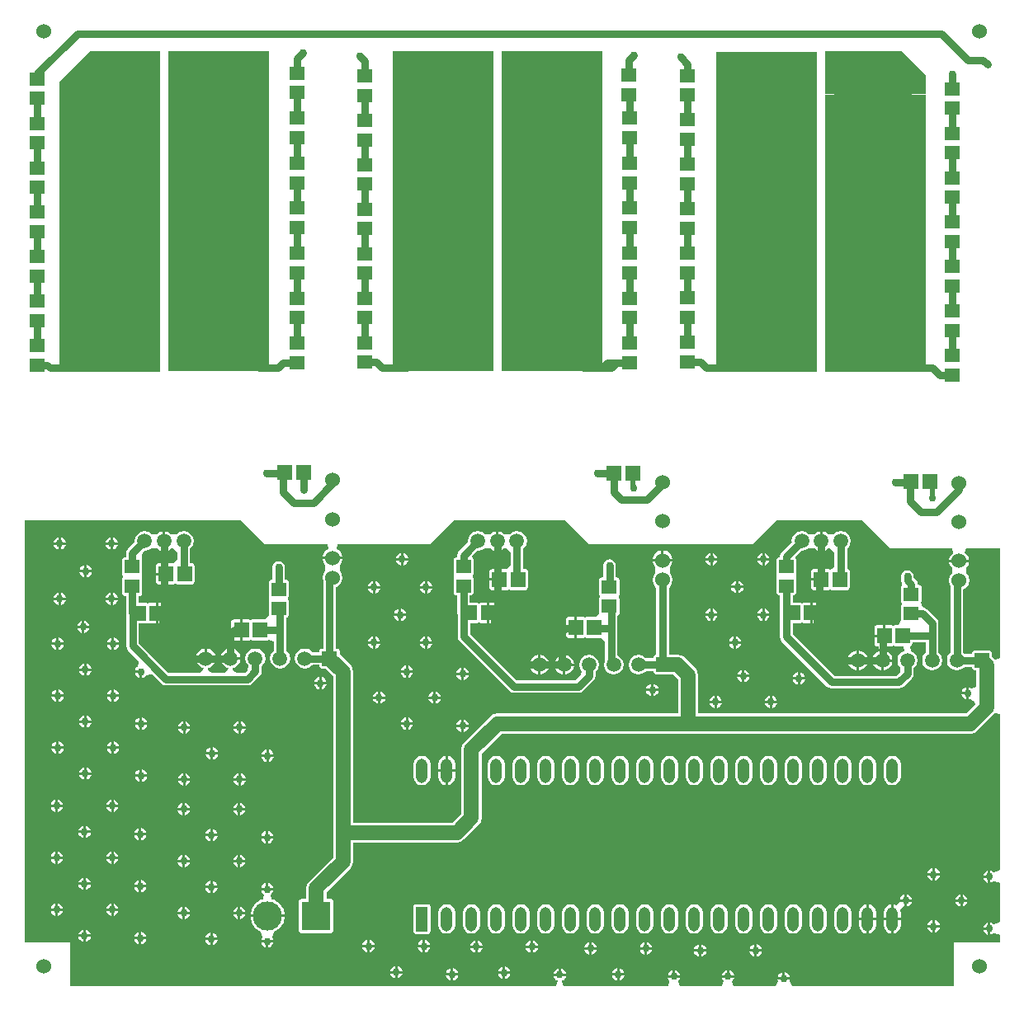
<source format=gtl>
G04 Layer_Physical_Order=1*
G04 Layer_Color=255*
%FSLAX25Y25*%
%MOIN*%
G70*
G01*
G75*
%ADD10R,0.05905X0.05512*%
%ADD11R,0.05905X0.06299*%
%ADD12C,0.03000*%
%ADD13C,0.06000*%
%ADD14C,0.02000*%
%ADD15R,0.40846X1.29626*%
%ADD16R,0.40846X1.29626*%
%ADD17R,0.40846X1.29528*%
%ADD18R,0.40846X1.12173*%
%ADD19R,0.40846X1.29724*%
%ADD20R,0.40846X1.17272*%
%ADD21C,0.11811*%
%ADD22R,0.11811X0.11811*%
%ADD23R,0.05905X0.05905*%
%ADD24C,0.05905*%
%ADD25R,0.04724X0.09842*%
%ADD26O,0.04724X0.09842*%
%ADD27C,0.06000*%
%ADD28O,0.31496X0.23622*%
%ADD29C,0.31496*%
%ADD30C,0.10000*%
%ADD31C,0.03000*%
%ADD32C,0.03150*%
%ADD33C,0.02362*%
G36*
X349700Y177100D02*
X374655Y177100D01*
X375261Y175100D01*
X374716Y174736D01*
X373832Y173413D01*
X373621Y172352D01*
X377600D01*
X381579D01*
X381368Y173413D01*
X380484Y174736D01*
X379939Y175100D01*
X380545Y177100D01*
X393996Y177100D01*
Y132474D01*
X391996Y131867D01*
X391584Y132484D01*
X391584Y132484D01*
X390735Y133333D01*
Y134553D01*
X390418Y135318D01*
X389653Y135635D01*
X386917D01*
X386700Y135678D01*
X386483Y135635D01*
X383747D01*
X382982Y135318D01*
X382665Y134553D01*
Y134149D01*
X379751D01*
X379550Y134450D01*
X379249Y134651D01*
Y160269D01*
X380484Y161094D01*
X381368Y162417D01*
X381678Y163978D01*
X381368Y165539D01*
X380484Y166862D01*
Y168968D01*
X381368Y170291D01*
X381579Y171352D01*
X377600D01*
X373621D01*
X373832Y170291D01*
X374716Y168968D01*
Y166862D01*
X373832Y165539D01*
X373522Y163978D01*
X373832Y162417D01*
X374151Y161940D01*
Y134651D01*
X373850Y134450D01*
X372977Y133142D01*
X372670Y131600D01*
X372977Y130058D01*
X373850Y128750D01*
X375158Y127877D01*
X376700Y127570D01*
X378242Y127877D01*
X379550Y128750D01*
X379751Y129051D01*
X382665D01*
Y128647D01*
X382982Y127882D01*
X383747Y127565D01*
X384622D01*
Y121072D01*
X383594Y120534D01*
X382622Y120285D01*
X382012Y120692D01*
X381537Y120786D01*
Y118337D01*
Y115887D01*
X381831Y115946D01*
X382184Y115891D01*
X383901Y114977D01*
X384032Y113800D01*
X380411Y110178D01*
X272178D01*
Y125700D01*
X272178Y125700D01*
X271868Y127261D01*
X270984Y128584D01*
X270984Y128584D01*
X266784Y132784D01*
X265461Y133668D01*
X263900Y133978D01*
X263900Y133978D01*
X260349D01*
Y161070D01*
X260684Y161294D01*
X261568Y162617D01*
X261878Y164178D01*
X261568Y165739D01*
X260684Y167062D01*
Y169168D01*
X261568Y170491D01*
X261779Y171552D01*
X257800D01*
X253821D01*
X254032Y170491D01*
X254916Y169168D01*
Y167062D01*
X254032Y165739D01*
X253722Y164178D01*
X254032Y162617D01*
X254916Y161294D01*
X255251Y161070D01*
Y133935D01*
X255147D01*
X254382Y133618D01*
X254065Y132853D01*
Y132449D01*
X251151D01*
X250950Y132750D01*
X249642Y133623D01*
X248100Y133930D01*
X246558Y133623D01*
X245250Y132750D01*
X244377Y131442D01*
X244070Y129900D01*
X244377Y128358D01*
X245250Y127050D01*
X246558Y126177D01*
X248100Y125870D01*
X249642Y126177D01*
X250950Y127050D01*
X251151Y127351D01*
X254065D01*
Y126947D01*
X254382Y126182D01*
X255147Y125865D01*
X257883D01*
X258100Y125822D01*
X262211D01*
X264022Y124011D01*
Y110178D01*
X191100D01*
X189539Y109868D01*
X188216Y108984D01*
X188216Y108984D01*
X177716Y98484D01*
X176832Y97161D01*
X176522Y95600D01*
X176522Y95600D01*
Y87100D01*
Y69589D01*
X173011Y66078D01*
X132878D01*
Y126900D01*
X132568Y128461D01*
X131684Y129784D01*
X131684Y129784D01*
X127335Y134133D01*
Y135353D01*
X127018Y136118D01*
X126253Y136435D01*
X125849D01*
Y161268D01*
X126061Y161310D01*
X127384Y162194D01*
X128268Y163517D01*
X128578Y165078D01*
X128268Y166639D01*
X127384Y167962D01*
Y170068D01*
X128268Y171391D01*
X128479Y172452D01*
X124500D01*
X120521D01*
X120732Y171391D01*
X121616Y170068D01*
Y167962D01*
X120732Y166639D01*
X120422Y165078D01*
X120732Y163517D01*
X120751Y163489D01*
Y136435D01*
X120347D01*
X119582Y136118D01*
X119265Y135353D01*
Y134949D01*
X116351D01*
X116150Y135250D01*
X114842Y136123D01*
X113300Y136430D01*
X111758Y136123D01*
X110450Y135250D01*
X109577Y133942D01*
X109270Y132400D01*
X109577Y130858D01*
X110450Y129550D01*
X111758Y128677D01*
X113300Y128370D01*
X114842Y128677D01*
X116150Y129550D01*
X116351Y129851D01*
X119265D01*
Y129447D01*
X119582Y128682D01*
X120347Y128365D01*
X121567D01*
X124722Y125211D01*
Y62000D01*
Y52089D01*
X115059Y42426D01*
X114175Y41103D01*
X113864Y39542D01*
X113864Y39542D01*
Y35288D01*
X112037D01*
X111272Y34971D01*
X110955Y34205D01*
Y22395D01*
X111272Y21629D01*
X112037Y21312D01*
X123848D01*
X124613Y21629D01*
X124930Y22395D01*
Y34205D01*
X124613Y34971D01*
X123848Y35288D01*
X122021D01*
Y37853D01*
X131684Y47516D01*
X131684Y47516D01*
X132568Y48839D01*
X132878Y50400D01*
X132878Y50400D01*
Y57922D01*
X174700D01*
X174700Y57922D01*
X176261Y58232D01*
X177584Y59116D01*
X183484Y65016D01*
X184368Y66339D01*
X184678Y67900D01*
X184678Y67900D01*
Y87100D01*
Y93911D01*
X192789Y102022D01*
X267700D01*
X268100Y102101D01*
X268500Y102022D01*
X268500Y102022D01*
X382100D01*
X382100Y102022D01*
X383661Y102332D01*
X384984Y103216D01*
X391584Y109816D01*
X391996Y110433D01*
X393996Y109826D01*
X393996Y46940D01*
X393599Y46614D01*
X391602Y46002D01*
X390775Y46555D01*
X390300Y46650D01*
Y44200D01*
Y41750D01*
X390775Y41845D01*
X391602Y42398D01*
X393599Y41786D01*
X393996Y41460D01*
Y25940D01*
X393599Y25614D01*
X391602Y25002D01*
X390775Y25555D01*
X390300Y25649D01*
Y23200D01*
Y20751D01*
X390775Y20845D01*
X391602Y21398D01*
X393599Y20786D01*
X393996Y20460D01*
Y17600D01*
X375500Y17600D01*
Y-0D01*
X310036D01*
X309038Y2000D01*
X309055Y2025D01*
X309150Y2500D01*
X304251D01*
X304345Y2025D01*
X304362Y2000D01*
X303364Y-0D01*
X286463D01*
X285856Y2000D01*
X286002Y2098D01*
X286555Y2925D01*
X286649Y3400D01*
X281750D01*
X281845Y2925D01*
X282398Y2098D01*
X282544Y2000D01*
X281937Y-0D01*
X264813D01*
X264202Y1998D01*
X264755Y2825D01*
X264849Y3300D01*
X259950D01*
X260045Y2825D01*
X260598Y1998D01*
X259987Y-0D01*
X217877D01*
X217129Y2000D01*
X217276Y2145D01*
X217653Y2397D01*
X218102Y2698D01*
X218655Y3525D01*
X218749Y4000D01*
X213850D01*
X213945Y3525D01*
X214498Y2698D01*
X214948Y2397D01*
X215324Y2145D01*
X215471Y2000D01*
X214723Y-0D01*
X18400Y-0D01*
X18400Y17600D01*
X-0Y17600D01*
X-0Y188300D01*
X87600Y188300D01*
X97200Y178700D01*
X122642Y178700D01*
X122939Y176720D01*
X121616Y175836D01*
X120732Y174513D01*
X120521Y173452D01*
X124500D01*
X128479D01*
X128268Y174513D01*
X127384Y175836D01*
X126061Y176720D01*
X126358Y178700D01*
X163800Y178700D01*
X173400Y188300D01*
X218400D01*
X228200Y178500D01*
X294300Y178500D01*
X304100Y188300D01*
X338500D01*
X349700Y177100D01*
D02*
G37*
G36*
X364300Y368200D02*
Y360500D01*
X323465D01*
Y377965D01*
X323500Y378000D01*
X354500D01*
X364300Y368200D01*
D02*
G37*
G36*
X54862Y365500D02*
X14016D01*
X26516Y378000D01*
X54862D01*
Y365500D01*
D02*
G37*
%LPC*%
G36*
X89249Y50000D02*
X87300D01*
Y48050D01*
X87775Y48145D01*
X88602Y48698D01*
X89155Y49525D01*
X89249Y50000D01*
D02*
G37*
G36*
X86300D02*
X84351D01*
X84445Y49525D01*
X84998Y48698D01*
X85825Y48145D01*
X86300Y48050D01*
Y50000D01*
D02*
G37*
G36*
X66849D02*
X64900D01*
Y48050D01*
X65376Y48145D01*
X66202Y48698D01*
X66755Y49525D01*
X66849Y50000D01*
D02*
G37*
G36*
X35000Y51300D02*
X33051D01*
X33145Y50824D01*
X33698Y49998D01*
X34525Y49445D01*
X35000Y49351D01*
Y51300D01*
D02*
G37*
G36*
X37949D02*
X36000D01*
Y49351D01*
X36476Y49445D01*
X37302Y49998D01*
X37855Y50824D01*
X37949Y51300D01*
D02*
G37*
G36*
X12600D02*
X10650D01*
X10745Y50824D01*
X11298Y49998D01*
X12125Y49445D01*
X12600Y49351D01*
Y51300D01*
D02*
G37*
G36*
X15550D02*
X13600D01*
Y49351D01*
X14075Y49445D01*
X14902Y49998D01*
X15455Y50824D01*
X15550Y51300D01*
D02*
G37*
G36*
X369749Y44600D02*
X367800D01*
Y42650D01*
X368275Y42745D01*
X369102Y43298D01*
X369655Y44124D01*
X369749Y44600D01*
D02*
G37*
G36*
X366800D02*
X364850D01*
X364945Y44124D01*
X365498Y43298D01*
X366324Y42745D01*
X366800Y42650D01*
Y44600D01*
D02*
G37*
G36*
X24800Y43749D02*
Y41800D01*
X26750D01*
X26655Y42276D01*
X26102Y43102D01*
X25275Y43655D01*
X24800Y43749D01*
D02*
G37*
G36*
X389300Y46650D02*
X388825Y46555D01*
X387998Y46002D01*
X387445Y45175D01*
X387351Y44700D01*
X389300D01*
Y46650D01*
D02*
G37*
G36*
X63900Y50000D02*
X61950D01*
X62045Y49525D01*
X62598Y48698D01*
X63424Y48145D01*
X63900Y48050D01*
Y50000D01*
D02*
G37*
G36*
X367800Y47550D02*
Y45600D01*
X369749D01*
X369655Y46075D01*
X369102Y46902D01*
X368275Y47455D01*
X367800Y47550D01*
D02*
G37*
G36*
X366800D02*
X366324Y47455D01*
X365498Y46902D01*
X364945Y46075D01*
X364850Y45600D01*
X366800D01*
Y47550D01*
D02*
G37*
G36*
X100549Y59600D02*
X98600D01*
Y57651D01*
X99076Y57745D01*
X99902Y58298D01*
X100455Y59124D01*
X100549Y59600D01*
D02*
G37*
G36*
X97600D02*
X95651D01*
X95745Y59124D01*
X96298Y58298D01*
X97124Y57745D01*
X97600Y57651D01*
Y59600D01*
D02*
G37*
G36*
X36000Y54250D02*
Y52300D01*
X37949D01*
X37855Y52776D01*
X37302Y53602D01*
X36476Y54155D01*
X36000Y54250D01*
D02*
G37*
G36*
X75100Y60500D02*
X73150D01*
X73245Y60024D01*
X73798Y59198D01*
X74625Y58645D01*
X75100Y58551D01*
Y60500D01*
D02*
G37*
G36*
X49250Y60900D02*
X47300D01*
Y58951D01*
X47776Y59045D01*
X48602Y59598D01*
X49155Y60425D01*
X49250Y60900D01*
D02*
G37*
G36*
X46300D02*
X44350D01*
X44445Y60425D01*
X44998Y59598D01*
X45825Y59045D01*
X46300Y58951D01*
Y60900D01*
D02*
G37*
G36*
X78049Y60500D02*
X76100D01*
Y58551D01*
X76575Y58645D01*
X77402Y59198D01*
X77955Y60024D01*
X78049Y60500D01*
D02*
G37*
G36*
X86300Y52950D02*
X85825Y52855D01*
X84998Y52302D01*
X84445Y51476D01*
X84351Y51000D01*
X86300D01*
Y52950D01*
D02*
G37*
G36*
X64900D02*
Y51000D01*
X66849D01*
X66755Y51476D01*
X66202Y52302D01*
X65376Y52855D01*
X64900Y52950D01*
D02*
G37*
G36*
X63900D02*
X63424Y52855D01*
X62598Y52302D01*
X62045Y51476D01*
X61950Y51000D01*
X63900D01*
Y52950D01*
D02*
G37*
G36*
X87300D02*
Y51000D01*
X89249D01*
X89155Y51476D01*
X88602Y52302D01*
X87775Y52855D01*
X87300Y52950D01*
D02*
G37*
G36*
X35000Y54250D02*
X34525Y54155D01*
X33698Y53602D01*
X33145Y52776D01*
X33051Y52300D01*
X35000D01*
Y54250D01*
D02*
G37*
G36*
X13600D02*
Y52300D01*
X15550D01*
X15455Y52776D01*
X14902Y53602D01*
X14075Y54155D01*
X13600Y54250D01*
D02*
G37*
G36*
X12600D02*
X12125Y54155D01*
X11298Y53602D01*
X10745Y52776D01*
X10650Y52300D01*
X12600D01*
Y54250D01*
D02*
G37*
G36*
X355600Y34100D02*
X353650D01*
X353657Y34065D01*
X352543Y33004D01*
X352036Y32743D01*
X351912Y32826D01*
X351100Y32988D01*
Y27600D01*
X354028D01*
Y29659D01*
X353819Y30712D01*
X354569Y31593D01*
X355351Y32200D01*
X355600Y32151D01*
Y34100D01*
D02*
G37*
G36*
X380949D02*
X379000D01*
Y32151D01*
X379475Y32245D01*
X380302Y32798D01*
X380855Y33625D01*
X380949Y34100D01*
D02*
G37*
G36*
X378000D02*
X376050D01*
X376145Y33625D01*
X376698Y32798D01*
X377524Y32245D01*
X378000Y32151D01*
Y34100D01*
D02*
G37*
G36*
X355600Y37049D02*
X355124Y36955D01*
X354298Y36402D01*
X353745Y35576D01*
X353650Y35100D01*
X355600D01*
Y37049D01*
D02*
G37*
G36*
X379000D02*
Y35100D01*
X380949D01*
X380855Y35576D01*
X380302Y36402D01*
X379475Y36955D01*
X379000Y37049D01*
D02*
G37*
G36*
X378000D02*
X377524Y36955D01*
X376698Y36402D01*
X376145Y35576D01*
X376050Y35100D01*
X378000D01*
Y37049D01*
D02*
G37*
G36*
X356600D02*
Y35100D01*
X358549D01*
X358455Y35576D01*
X357902Y36402D01*
X357076Y36955D01*
X356600Y37049D01*
D02*
G37*
G36*
X12600Y33250D02*
X12125Y33155D01*
X11298Y32602D01*
X10745Y31776D01*
X10650Y31300D01*
X12600D01*
Y33250D01*
D02*
G37*
G36*
X87300Y31949D02*
Y30000D01*
X89249D01*
X89155Y30476D01*
X88602Y31302D01*
X87775Y31855D01*
X87300Y31949D01*
D02*
G37*
G36*
X86300D02*
X85825Y31855D01*
X84998Y31302D01*
X84445Y30476D01*
X84351Y30000D01*
X86300D01*
Y31949D01*
D02*
G37*
G36*
X13600Y33250D02*
Y31300D01*
X15550D01*
X15455Y31776D01*
X14902Y32602D01*
X14075Y33155D01*
X13600Y33250D01*
D02*
G37*
G36*
X358549Y34100D02*
X356600D01*
Y32151D01*
X357076Y32245D01*
X357902Y32798D01*
X358455Y33625D01*
X358549Y34100D01*
D02*
G37*
G36*
X36000Y33250D02*
Y31300D01*
X37949D01*
X37855Y31776D01*
X37302Y32602D01*
X36476Y33155D01*
X36000Y33250D01*
D02*
G37*
G36*
X35000D02*
X34525Y33155D01*
X33698Y32602D01*
X33145Y31776D01*
X33051Y31300D01*
X35000D01*
Y33250D01*
D02*
G37*
G36*
X76100Y42450D02*
Y40500D01*
X78049D01*
X77955Y40975D01*
X77402Y41802D01*
X76575Y42355D01*
X76100Y42450D01*
D02*
G37*
G36*
X75100D02*
X74625Y42355D01*
X73798Y41802D01*
X73245Y40975D01*
X73150Y40500D01*
X75100D01*
Y42450D01*
D02*
G37*
G36*
X98600Y41550D02*
Y39600D01*
X100549D01*
X100455Y40075D01*
X99902Y40902D01*
X99076Y41455D01*
X98600Y41550D01*
D02*
G37*
G36*
X46300Y42849D02*
X45825Y42755D01*
X44998Y42202D01*
X44445Y41375D01*
X44350Y40900D01*
X46300D01*
Y42849D01*
D02*
G37*
G36*
X23800Y43749D02*
X23325Y43655D01*
X22498Y43102D01*
X21945Y42276D01*
X21850Y41800D01*
X23800D01*
Y43749D01*
D02*
G37*
G36*
X389300Y43700D02*
X387351D01*
X387445Y43224D01*
X387998Y42398D01*
X388825Y41845D01*
X389300Y41750D01*
Y43700D01*
D02*
G37*
G36*
X47300Y42849D02*
Y40900D01*
X49250D01*
X49155Y41375D01*
X48602Y42202D01*
X47776Y42755D01*
X47300Y42849D01*
D02*
G37*
G36*
X46300Y39900D02*
X44350D01*
X44445Y39424D01*
X44998Y38598D01*
X45825Y38045D01*
X46300Y37951D01*
Y39900D01*
D02*
G37*
G36*
X78049Y39500D02*
X76100D01*
Y37551D01*
X76575Y37645D01*
X77402Y38198D01*
X77955Y39024D01*
X78049Y39500D01*
D02*
G37*
G36*
X75100D02*
X73150D01*
X73245Y39024D01*
X73798Y38198D01*
X74625Y37645D01*
X75100Y37551D01*
Y39500D01*
D02*
G37*
G36*
X49250Y39900D02*
X47300D01*
Y37951D01*
X47776Y38045D01*
X48602Y38598D01*
X49155Y39424D01*
X49250Y39900D01*
D02*
G37*
G36*
X97600Y41550D02*
X97124Y41455D01*
X96298Y40902D01*
X95745Y40075D01*
X95651Y39600D01*
X97600D01*
Y41550D01*
D02*
G37*
G36*
X26750Y40800D02*
X24800D01*
Y38851D01*
X25275Y38945D01*
X26102Y39498D01*
X26655Y40325D01*
X26750Y40800D01*
D02*
G37*
G36*
X23800D02*
X21850D01*
X21945Y40325D01*
X22498Y39498D01*
X23325Y38945D01*
X23800Y38851D01*
Y40800D01*
D02*
G37*
G36*
Y61800D02*
X21850D01*
X21945Y61325D01*
X22498Y60498D01*
X23325Y59945D01*
X23800Y59851D01*
Y61800D01*
D02*
G37*
G36*
X260600Y93087D02*
X259288Y92826D01*
X258176Y92083D01*
X257433Y90971D01*
X257172Y89659D01*
Y84541D01*
X257433Y83229D01*
X258176Y82117D01*
X259288Y81374D01*
X260600Y81113D01*
X261912Y81374D01*
X263024Y82117D01*
X263767Y83229D01*
X264028Y84541D01*
Y89659D01*
X263767Y90971D01*
X263024Y92083D01*
X261912Y92826D01*
X260600Y93087D01*
D02*
G37*
G36*
X250600D02*
X249288Y92826D01*
X248176Y92083D01*
X247433Y90971D01*
X247172Y89659D01*
Y84541D01*
X247433Y83229D01*
X248176Y82117D01*
X249288Y81374D01*
X250600Y81113D01*
X251912Y81374D01*
X253024Y82117D01*
X253767Y83229D01*
X254028Y84541D01*
Y89659D01*
X253767Y90971D01*
X253024Y92083D01*
X251912Y92826D01*
X250600Y93087D01*
D02*
G37*
G36*
X240600D02*
X239288Y92826D01*
X238176Y92083D01*
X237433Y90971D01*
X237172Y89659D01*
Y84541D01*
X237433Y83229D01*
X238176Y82117D01*
X239288Y81374D01*
X240600Y81113D01*
X241912Y81374D01*
X243024Y82117D01*
X243767Y83229D01*
X244028Y84541D01*
Y89659D01*
X243767Y90971D01*
X243024Y92083D01*
X241912Y92826D01*
X240600Y93087D01*
D02*
G37*
G36*
X270600D02*
X269288Y92826D01*
X268176Y92083D01*
X267433Y90971D01*
X267172Y89659D01*
Y84541D01*
X267433Y83229D01*
X268176Y82117D01*
X269288Y81374D01*
X270600Y81113D01*
X271912Y81374D01*
X273024Y82117D01*
X273767Y83229D01*
X274028Y84541D01*
Y89659D01*
X273767Y90971D01*
X273024Y92083D01*
X271912Y92826D01*
X270600Y93087D01*
D02*
G37*
G36*
X300600D02*
X299288Y92826D01*
X298176Y92083D01*
X297433Y90971D01*
X297172Y89659D01*
Y84541D01*
X297433Y83229D01*
X298176Y82117D01*
X299288Y81374D01*
X300600Y81113D01*
X301912Y81374D01*
X303024Y82117D01*
X303767Y83229D01*
X304028Y84541D01*
Y89659D01*
X303767Y90971D01*
X303024Y92083D01*
X301912Y92826D01*
X300600Y93087D01*
D02*
G37*
G36*
X290600D02*
X289288Y92826D01*
X288176Y92083D01*
X287433Y90971D01*
X287172Y89659D01*
Y84541D01*
X287433Y83229D01*
X288176Y82117D01*
X289288Y81374D01*
X290600Y81113D01*
X291912Y81374D01*
X293024Y82117D01*
X293767Y83229D01*
X294028Y84541D01*
Y89659D01*
X293767Y90971D01*
X293024Y92083D01*
X291912Y92826D01*
X290600Y93087D01*
D02*
G37*
G36*
X280600D02*
X279288Y92826D01*
X278176Y92083D01*
X277433Y90971D01*
X277172Y89659D01*
Y84541D01*
X277433Y83229D01*
X278176Y82117D01*
X279288Y81374D01*
X280600Y81113D01*
X281912Y81374D01*
X283024Y82117D01*
X283767Y83229D01*
X284028Y84541D01*
Y89659D01*
X283767Y90971D01*
X283024Y92083D01*
X281912Y92826D01*
X280600Y93087D01*
D02*
G37*
G36*
X190600D02*
X189288Y92826D01*
X188176Y92083D01*
X187433Y90971D01*
X187172Y89659D01*
Y84541D01*
X187433Y83229D01*
X188176Y82117D01*
X189288Y81374D01*
X190600Y81113D01*
X191912Y81374D01*
X193024Y82117D01*
X193767Y83229D01*
X194028Y84541D01*
Y89659D01*
X193767Y90971D01*
X193024Y92083D01*
X191912Y92826D01*
X190600Y93087D01*
D02*
G37*
G36*
X160600D02*
X159288Y92826D01*
X158176Y92083D01*
X157433Y90971D01*
X157172Y89659D01*
Y84541D01*
X157433Y83229D01*
X158176Y82117D01*
X159288Y81374D01*
X160600Y81113D01*
X161912Y81374D01*
X163024Y82117D01*
X163767Y83229D01*
X164028Y84541D01*
Y89659D01*
X163767Y90971D01*
X163024Y92083D01*
X161912Y92826D01*
X160600Y93087D01*
D02*
G37*
G36*
X89350Y83000D02*
X87400D01*
Y81050D01*
X87875Y81145D01*
X88702Y81698D01*
X89255Y82525D01*
X89350Y83000D01*
D02*
G37*
G36*
X200600Y93087D02*
X199288Y92826D01*
X198176Y92083D01*
X197433Y90971D01*
X197172Y89659D01*
Y84541D01*
X197433Y83229D01*
X198176Y82117D01*
X199288Y81374D01*
X200600Y81113D01*
X201912Y81374D01*
X203024Y82117D01*
X203767Y83229D01*
X204028Y84541D01*
Y89659D01*
X203767Y90971D01*
X203024Y92083D01*
X201912Y92826D01*
X200600Y93087D01*
D02*
G37*
G36*
X230600D02*
X229288Y92826D01*
X228176Y92083D01*
X227433Y90971D01*
X227172Y89659D01*
Y84541D01*
X227433Y83229D01*
X228176Y82117D01*
X229288Y81374D01*
X230600Y81113D01*
X231912Y81374D01*
X233024Y82117D01*
X233767Y83229D01*
X234028Y84541D01*
Y89659D01*
X233767Y90971D01*
X233024Y92083D01*
X231912Y92826D01*
X230600Y93087D01*
D02*
G37*
G36*
X220600D02*
X219288Y92826D01*
X218176Y92083D01*
X217433Y90971D01*
X217172Y89659D01*
Y84541D01*
X217433Y83229D01*
X218176Y82117D01*
X219288Y81374D01*
X220600Y81113D01*
X221912Y81374D01*
X223024Y82117D01*
X223767Y83229D01*
X224028Y84541D01*
Y89659D01*
X223767Y90971D01*
X223024Y92083D01*
X221912Y92826D01*
X220600Y93087D01*
D02*
G37*
G36*
X210600D02*
X209288Y92826D01*
X208176Y92083D01*
X207433Y90971D01*
X207172Y89659D01*
Y84541D01*
X207433Y83229D01*
X208176Y82117D01*
X209288Y81374D01*
X210600Y81113D01*
X211912Y81374D01*
X213024Y82117D01*
X213767Y83229D01*
X214028Y84541D01*
Y89659D01*
X213767Y90971D01*
X213024Y92083D01*
X211912Y92826D01*
X210600Y93087D01*
D02*
G37*
G36*
X24100Y85400D02*
X22151D01*
X22245Y84925D01*
X22798Y84098D01*
X23625Y83545D01*
X24100Y83451D01*
Y85400D01*
D02*
G37*
G36*
X49549Y84500D02*
X47600D01*
Y82551D01*
X48076Y82645D01*
X48902Y83198D01*
X49455Y84025D01*
X49549Y84500D01*
D02*
G37*
G36*
X46600D02*
X44651D01*
X44745Y84025D01*
X45298Y83198D01*
X46125Y82645D01*
X46600Y82551D01*
Y84500D01*
D02*
G37*
G36*
X27049Y85400D02*
X25100D01*
Y83451D01*
X25576Y83545D01*
X26402Y84098D01*
X26955Y84925D01*
X27049Y85400D01*
D02*
G37*
G36*
X86400Y85949D02*
X85925Y85855D01*
X85098Y85302D01*
X84545Y84475D01*
X84451Y84000D01*
X86400D01*
Y85949D01*
D02*
G37*
G36*
X65000D02*
Y84000D01*
X66949D01*
X66855Y84475D01*
X66302Y85302D01*
X65475Y85855D01*
X65000Y85949D01*
D02*
G37*
G36*
X64000D02*
X63525Y85855D01*
X62698Y85302D01*
X62145Y84475D01*
X62050Y84000D01*
X64000D01*
Y85949D01*
D02*
G37*
G36*
X330600Y93087D02*
X329288Y92826D01*
X328176Y92083D01*
X327433Y90971D01*
X327172Y89659D01*
Y84541D01*
X327433Y83229D01*
X328176Y82117D01*
X329288Y81374D01*
X330600Y81113D01*
X331912Y81374D01*
X333024Y82117D01*
X333767Y83229D01*
X334028Y84541D01*
Y89659D01*
X333767Y90971D01*
X333024Y92083D01*
X331912Y92826D01*
X330600Y93087D01*
D02*
G37*
G36*
X320600D02*
X319288Y92826D01*
X318176Y92083D01*
X317433Y90971D01*
X317172Y89659D01*
Y84541D01*
X317433Y83229D01*
X318176Y82117D01*
X319288Y81374D01*
X320600Y81113D01*
X321912Y81374D01*
X323024Y82117D01*
X323767Y83229D01*
X324028Y84541D01*
Y89659D01*
X323767Y90971D01*
X323024Y92083D01*
X321912Y92826D01*
X320600Y93087D01*
D02*
G37*
G36*
X310600D02*
X309288Y92826D01*
X308176Y92083D01*
X307433Y90971D01*
X307172Y89659D01*
Y84541D01*
X307433Y83229D01*
X308176Y82117D01*
X309288Y81374D01*
X310600Y81113D01*
X311912Y81374D01*
X313024Y82117D01*
X313767Y83229D01*
X314028Y84541D01*
Y89659D01*
X313767Y90971D01*
X313024Y92083D01*
X311912Y92826D01*
X310600Y93087D01*
D02*
G37*
G36*
X340600D02*
X339288Y92826D01*
X338176Y92083D01*
X337433Y90971D01*
X337172Y89659D01*
Y84541D01*
X337433Y83229D01*
X338176Y82117D01*
X339288Y81374D01*
X340600Y81113D01*
X341912Y81374D01*
X343024Y82117D01*
X343767Y83229D01*
X344028Y84541D01*
Y89659D01*
X343767Y90971D01*
X343024Y92083D01*
X341912Y92826D01*
X340600Y93087D01*
D02*
G37*
G36*
X174028Y86600D02*
X171100D01*
Y81212D01*
X171912Y81374D01*
X173024Y82117D01*
X173767Y83229D01*
X174028Y84541D01*
Y86600D01*
D02*
G37*
G36*
X170100D02*
X167172D01*
Y84541D01*
X167433Y83229D01*
X168176Y82117D01*
X169288Y81374D01*
X170100Y81212D01*
Y86600D01*
D02*
G37*
G36*
X350600Y93087D02*
X349288Y92826D01*
X348176Y92083D01*
X347433Y90971D01*
X347172Y89659D01*
Y84541D01*
X347433Y83229D01*
X348176Y82117D01*
X349288Y81374D01*
X350600Y81113D01*
X351912Y81374D01*
X353024Y82117D01*
X353767Y83229D01*
X354028Y84541D01*
Y89659D01*
X353767Y90971D01*
X353024Y92083D01*
X351912Y92826D01*
X350600Y93087D01*
D02*
G37*
G36*
X63900Y71000D02*
X61950D01*
X62045Y70525D01*
X62598Y69698D01*
X63424Y69145D01*
X63900Y69051D01*
Y71000D01*
D02*
G37*
G36*
X24800Y64749D02*
Y62800D01*
X26750D01*
X26655Y63275D01*
X26102Y64102D01*
X25275Y64655D01*
X24800Y64749D01*
D02*
G37*
G36*
X23800D02*
X23325Y64655D01*
X22498Y64102D01*
X21945Y63275D01*
X21850Y62800D01*
X23800D01*
Y64749D01*
D02*
G37*
G36*
X66849Y71000D02*
X64900D01*
Y69051D01*
X65376Y69145D01*
X66202Y69698D01*
X66755Y70525D01*
X66849Y71000D01*
D02*
G37*
G36*
X12600Y72300D02*
X10650D01*
X10745Y71825D01*
X11298Y70998D01*
X12125Y70445D01*
X12600Y70350D01*
Y72300D01*
D02*
G37*
G36*
X89249Y71000D02*
X87300D01*
Y69051D01*
X87775Y69145D01*
X88602Y69698D01*
X89155Y70525D01*
X89249Y71000D01*
D02*
G37*
G36*
X86300D02*
X84351D01*
X84445Y70525D01*
X84998Y69698D01*
X85825Y69145D01*
X86300Y69051D01*
Y71000D01*
D02*
G37*
G36*
X98600Y62550D02*
Y60600D01*
X100549D01*
X100455Y61076D01*
X99902Y61902D01*
X99076Y62455D01*
X98600Y62550D01*
D02*
G37*
G36*
X97600D02*
X97124Y62455D01*
X96298Y61902D01*
X95745Y61076D01*
X95651Y60600D01*
X97600D01*
Y62550D01*
D02*
G37*
G36*
X26750Y61800D02*
X24800D01*
Y59851D01*
X25275Y59945D01*
X26102Y60498D01*
X26655Y61325D01*
X26750Y61800D01*
D02*
G37*
G36*
X75100Y63450D02*
X74625Y63355D01*
X73798Y62802D01*
X73245Y61976D01*
X73150Y61500D01*
X75100D01*
Y63450D01*
D02*
G37*
G36*
X47300Y63850D02*
Y61900D01*
X49250D01*
X49155Y62375D01*
X48602Y63202D01*
X47776Y63755D01*
X47300Y63850D01*
D02*
G37*
G36*
X46300D02*
X45825Y63755D01*
X44998Y63202D01*
X44445Y62375D01*
X44350Y61900D01*
X46300D01*
Y63850D01*
D02*
G37*
G36*
X76100Y63450D02*
Y61500D01*
X78049D01*
X77955Y61976D01*
X77402Y62802D01*
X76575Y63355D01*
X76100Y63450D01*
D02*
G37*
G36*
X35000Y75249D02*
X34525Y75155D01*
X33698Y74602D01*
X33145Y73776D01*
X33051Y73300D01*
X35000D01*
Y75249D01*
D02*
G37*
G36*
X13600D02*
Y73300D01*
X15550D01*
X15455Y73776D01*
X14902Y74602D01*
X14075Y75155D01*
X13600Y75249D01*
D02*
G37*
G36*
X12600D02*
X12125Y75155D01*
X11298Y74602D01*
X10745Y73776D01*
X10650Y73300D01*
X12600D01*
Y75249D01*
D02*
G37*
G36*
X36000D02*
Y73300D01*
X37949D01*
X37855Y73776D01*
X37302Y74602D01*
X36476Y75155D01*
X36000Y75249D01*
D02*
G37*
G36*
X86400Y83000D02*
X84451D01*
X84545Y82525D01*
X85098Y81698D01*
X85925Y81145D01*
X86400Y81050D01*
Y83000D01*
D02*
G37*
G36*
X66949D02*
X65000D01*
Y81050D01*
X65475Y81145D01*
X66302Y81698D01*
X66855Y82525D01*
X66949Y83000D01*
D02*
G37*
G36*
X64000D02*
X62050D01*
X62145Y82525D01*
X62698Y81698D01*
X63525Y81145D01*
X64000Y81050D01*
Y83000D01*
D02*
G37*
G36*
X37949Y72300D02*
X36000D01*
Y70350D01*
X36476Y70445D01*
X37302Y70998D01*
X37855Y71825D01*
X37949Y72300D01*
D02*
G37*
G36*
X35000D02*
X33051D01*
X33145Y71825D01*
X33698Y70998D01*
X34525Y70445D01*
X35000Y70350D01*
Y72300D01*
D02*
G37*
G36*
X15550D02*
X13600D01*
Y70350D01*
X14075Y70445D01*
X14902Y70998D01*
X15455Y71825D01*
X15550Y72300D01*
D02*
G37*
G36*
X63900Y73949D02*
X63424Y73855D01*
X62598Y73302D01*
X62045Y72475D01*
X61950Y72000D01*
X63900D01*
Y73949D01*
D02*
G37*
G36*
X87300D02*
Y72000D01*
X89249D01*
X89155Y72475D01*
X88602Y73302D01*
X87775Y73855D01*
X87300Y73949D01*
D02*
G37*
G36*
X86300D02*
X85825Y73855D01*
X84998Y73302D01*
X84445Y72475D01*
X84351Y72000D01*
X86300D01*
Y73949D01*
D02*
G37*
G36*
X64900D02*
Y72000D01*
X66849D01*
X66755Y72475D01*
X66202Y73302D01*
X65376Y73855D01*
X64900Y73949D01*
D02*
G37*
G36*
X141449Y15600D02*
X139500D01*
Y13650D01*
X139976Y13745D01*
X140802Y14298D01*
X141355Y15124D01*
X141449Y15600D01*
D02*
G37*
G36*
X138500D02*
X136550D01*
X136645Y15124D01*
X137198Y14298D01*
X138024Y13745D01*
X138500Y13650D01*
Y15600D01*
D02*
G37*
G36*
X207450Y15400D02*
X205500D01*
Y13451D01*
X205976Y13545D01*
X206802Y14098D01*
X207355Y14924D01*
X207450Y15400D01*
D02*
G37*
G36*
X160900Y15600D02*
X158950D01*
X159045Y15124D01*
X159598Y14298D01*
X160424Y13745D01*
X160900Y13650D01*
Y15600D01*
D02*
G37*
G36*
X273500Y16849D02*
Y14900D01*
X275449D01*
X275355Y15375D01*
X274802Y16202D01*
X273975Y16755D01*
X273500Y16849D01*
D02*
G37*
G36*
X272500D02*
X272024Y16755D01*
X271198Y16202D01*
X270645Y15375D01*
X270550Y14900D01*
X272500D01*
Y16849D01*
D02*
G37*
G36*
X163849Y15600D02*
X161900D01*
Y13650D01*
X162375Y13745D01*
X163202Y14298D01*
X163755Y15124D01*
X163849Y15600D01*
D02*
G37*
G36*
X250600Y14700D02*
X248651D01*
X248745Y14224D01*
X249298Y13398D01*
X250125Y12845D01*
X250600Y12751D01*
Y14700D01*
D02*
G37*
G36*
X231150D02*
X229200D01*
Y12751D01*
X229676Y12845D01*
X230502Y13398D01*
X231055Y14224D01*
X231150Y14700D01*
D02*
G37*
G36*
X228200D02*
X226251D01*
X226345Y14224D01*
X226898Y13398D01*
X227725Y12845D01*
X228200Y12751D01*
Y14700D01*
D02*
G37*
G36*
X253550D02*
X251600D01*
Y12751D01*
X252076Y12845D01*
X252902Y13398D01*
X253455Y14224D01*
X253550Y14700D01*
D02*
G37*
G36*
X204500Y15400D02*
X202551D01*
X202645Y14924D01*
X203198Y14098D01*
X204025Y13545D01*
X204500Y13451D01*
Y15400D01*
D02*
G37*
G36*
X185049D02*
X183100D01*
Y13451D01*
X183575Y13545D01*
X184402Y14098D01*
X184955Y14924D01*
X185049Y15400D01*
D02*
G37*
G36*
X182100D02*
X180150D01*
X180245Y14924D01*
X180798Y14098D01*
X181624Y13545D01*
X182100Y13451D01*
Y15400D01*
D02*
G37*
G36*
X183100Y18350D02*
Y16400D01*
X185049D01*
X184955Y16875D01*
X184402Y17702D01*
X183575Y18255D01*
X183100Y18350D01*
D02*
G37*
G36*
X182100D02*
X181624Y18255D01*
X180798Y17702D01*
X180245Y16875D01*
X180150Y16400D01*
X182100D01*
Y18350D01*
D02*
G37*
G36*
X251600Y17650D02*
Y15700D01*
X253550D01*
X253455Y16175D01*
X252902Y17002D01*
X252076Y17555D01*
X251600Y17650D01*
D02*
G37*
G36*
X204500Y18350D02*
X204025Y18255D01*
X203198Y17702D01*
X202645Y16875D01*
X202551Y16400D01*
X204500D01*
Y18350D01*
D02*
G37*
G36*
X78049Y18500D02*
X76100D01*
Y16551D01*
X76575Y16645D01*
X77402Y17198D01*
X77955Y18024D01*
X78049Y18500D01*
D02*
G37*
G36*
X75100D02*
X73150D01*
X73245Y18024D01*
X73798Y17198D01*
X74625Y16645D01*
X75100Y16551D01*
Y18500D01*
D02*
G37*
G36*
X205500Y18350D02*
Y16400D01*
X207450D01*
X207355Y16875D01*
X206802Y17702D01*
X205976Y18255D01*
X205500Y18350D01*
D02*
G37*
G36*
X97600Y17600D02*
X95651D01*
X95745Y17124D01*
X96298Y16298D01*
X97124Y15745D01*
X97600Y15651D01*
Y17600D01*
D02*
G37*
G36*
X295900Y16849D02*
Y14900D01*
X297849D01*
X297755Y15375D01*
X297202Y16202D01*
X296375Y16755D01*
X295900Y16849D01*
D02*
G37*
G36*
X294900D02*
X294425Y16755D01*
X293598Y16202D01*
X293045Y15375D01*
X292951Y14900D01*
X294900D01*
Y16849D01*
D02*
G37*
G36*
X100549Y17600D02*
X98600D01*
Y15651D01*
X99076Y15745D01*
X99902Y16298D01*
X100455Y17124D01*
X100549Y17600D01*
D02*
G37*
G36*
X250600Y17650D02*
X250125Y17555D01*
X249298Y17002D01*
X248745Y16175D01*
X248651Y15700D01*
X250600D01*
Y17650D01*
D02*
G37*
G36*
X229200D02*
Y15700D01*
X231150D01*
X231055Y16175D01*
X230502Y17002D01*
X229676Y17555D01*
X229200Y17650D01*
D02*
G37*
G36*
X228200D02*
X227725Y17555D01*
X226898Y17002D01*
X226345Y16175D01*
X226251Y15700D01*
X228200D01*
Y17650D01*
D02*
G37*
G36*
X307200Y5449D02*
Y3500D01*
X309150D01*
X309055Y3976D01*
X308502Y4802D01*
X307676Y5355D01*
X307200Y5449D01*
D02*
G37*
G36*
X306200D02*
X305725Y5355D01*
X304898Y4802D01*
X304345Y3976D01*
X304251Y3500D01*
X306200D01*
Y5449D01*
D02*
G37*
G36*
X152649Y5100D02*
X150700D01*
Y3150D01*
X151175Y3245D01*
X152002Y3798D01*
X152555Y4625D01*
X152649Y5100D01*
D02*
G37*
G36*
X261900Y6250D02*
X261424Y6155D01*
X260598Y5602D01*
X260045Y4775D01*
X259950Y4300D01*
X261900D01*
Y6250D01*
D02*
G37*
G36*
X284700Y6350D02*
Y4400D01*
X286649D01*
X286555Y4876D01*
X286002Y5702D01*
X285175Y6255D01*
X284700Y6350D01*
D02*
G37*
G36*
X283700D02*
X283225Y6255D01*
X282398Y5702D01*
X281845Y4876D01*
X281750Y4400D01*
X283700D01*
Y6350D01*
D02*
G37*
G36*
X262900Y6250D02*
Y4300D01*
X264849D01*
X264755Y4775D01*
X264202Y5602D01*
X263375Y6155D01*
X262900Y6250D01*
D02*
G37*
G36*
X239400Y4200D02*
X237451D01*
X237545Y3725D01*
X238098Y2898D01*
X238925Y2345D01*
X239400Y2251D01*
Y4200D01*
D02*
G37*
G36*
X175150D02*
X173200D01*
Y2251D01*
X173676Y2345D01*
X174502Y2898D01*
X175055Y3725D01*
X175150Y4200D01*
D02*
G37*
G36*
X172200D02*
X170250D01*
X170345Y3725D01*
X170898Y2898D01*
X171724Y2345D01*
X172200Y2251D01*
Y4200D01*
D02*
G37*
G36*
X242350D02*
X240400D01*
Y2251D01*
X240876Y2345D01*
X241702Y2898D01*
X242255Y3725D01*
X242350Y4200D01*
D02*
G37*
G36*
X149700Y5100D02*
X147750D01*
X147845Y4625D01*
X148398Y3798D01*
X149224Y3245D01*
X149700Y3150D01*
Y5100D01*
D02*
G37*
G36*
X196249Y4900D02*
X194300D01*
Y2950D01*
X194775Y3045D01*
X195602Y3598D01*
X196155Y4425D01*
X196249Y4900D01*
D02*
G37*
G36*
X193300D02*
X191350D01*
X191445Y4425D01*
X191998Y3598D01*
X192824Y3045D01*
X193300Y2950D01*
Y4900D01*
D02*
G37*
G36*
X150700Y8049D02*
Y6100D01*
X152649D01*
X152555Y6575D01*
X152002Y7402D01*
X151175Y7955D01*
X150700Y8049D01*
D02*
G37*
G36*
X149700D02*
X149224Y7955D01*
X148398Y7402D01*
X147845Y6575D01*
X147750Y6100D01*
X149700D01*
Y8049D01*
D02*
G37*
G36*
X194300Y7850D02*
Y5900D01*
X196249D01*
X196155Y6375D01*
X195602Y7202D01*
X194775Y7755D01*
X194300Y7850D01*
D02*
G37*
G36*
X272500Y13900D02*
X270550D01*
X270645Y13424D01*
X271198Y12598D01*
X272024Y12045D01*
X272500Y11951D01*
Y13900D01*
D02*
G37*
G36*
X297849D02*
X295900D01*
Y11951D01*
X296375Y12045D01*
X297202Y12598D01*
X297755Y13424D01*
X297849Y13900D01*
D02*
G37*
G36*
X294900D02*
X292951D01*
X293045Y13424D01*
X293598Y12598D01*
X294425Y12045D01*
X294900Y11951D01*
Y13900D01*
D02*
G37*
G36*
X275449D02*
X273500D01*
Y11951D01*
X273975Y12045D01*
X274802Y12598D01*
X275355Y13424D01*
X275449Y13900D01*
D02*
G37*
G36*
X172200Y7149D02*
X171724Y7055D01*
X170898Y6502D01*
X170345Y5675D01*
X170250Y5200D01*
X172200D01*
Y7149D01*
D02*
G37*
G36*
X216800Y6949D02*
Y5000D01*
X218749D01*
X218655Y5475D01*
X218102Y6302D01*
X217276Y6855D01*
X216800Y6949D01*
D02*
G37*
G36*
X215800D02*
X215324Y6855D01*
X214498Y6302D01*
X213945Y5475D01*
X213850Y5000D01*
X215800D01*
Y6949D01*
D02*
G37*
G36*
X173200Y7149D02*
Y5200D01*
X175150D01*
X175055Y5675D01*
X174502Y6502D01*
X173676Y7055D01*
X173200Y7149D01*
D02*
G37*
G36*
X193300Y7850D02*
X192824Y7755D01*
X191998Y7202D01*
X191445Y6375D01*
X191350Y5900D01*
X193300D01*
Y7850D01*
D02*
G37*
G36*
X240400Y7149D02*
Y5200D01*
X242350D01*
X242255Y5675D01*
X241702Y6502D01*
X240876Y7055D01*
X240400Y7149D01*
D02*
G37*
G36*
X239400D02*
X238925Y7055D01*
X238098Y6502D01*
X237545Y5675D01*
X237451Y5200D01*
X239400D01*
Y7149D01*
D02*
G37*
G36*
X138500Y18550D02*
X138024Y18455D01*
X137198Y17902D01*
X136645Y17075D01*
X136550Y16600D01*
X138500D01*
Y18550D01*
D02*
G37*
G36*
X366800Y23600D02*
X364850D01*
X364945Y23124D01*
X365498Y22298D01*
X366324Y21745D01*
X366800Y21651D01*
Y23600D01*
D02*
G37*
G36*
X354028Y26600D02*
X351100D01*
Y21212D01*
X351912Y21374D01*
X353024Y22117D01*
X353767Y23229D01*
X354028Y24541D01*
Y26600D01*
D02*
G37*
G36*
X344028D02*
X341100D01*
Y21212D01*
X341912Y21374D01*
X343024Y22117D01*
X343767Y23229D01*
X344028Y24541D01*
Y26600D01*
D02*
G37*
G36*
X369749Y23600D02*
X367800D01*
Y21651D01*
X368275Y21745D01*
X369102Y22298D01*
X369655Y23124D01*
X369749Y23600D01*
D02*
G37*
G36*
X367800Y26550D02*
Y24600D01*
X369749D01*
X369655Y25076D01*
X369102Y25902D01*
X368275Y26455D01*
X367800Y26550D01*
D02*
G37*
G36*
X366800D02*
X366324Y26455D01*
X365498Y25902D01*
X364945Y25076D01*
X364850Y24600D01*
X366800D01*
Y26550D01*
D02*
G37*
G36*
X389300Y25649D02*
X388825Y25555D01*
X387998Y25002D01*
X387445Y24175D01*
X387351Y23700D01*
X389300D01*
Y25649D01*
D02*
G37*
G36*
X310600Y33087D02*
X309288Y32826D01*
X308176Y32083D01*
X307433Y30971D01*
X307172Y29659D01*
Y24541D01*
X307433Y23229D01*
X308176Y22117D01*
X309288Y21374D01*
X310600Y21113D01*
X311912Y21374D01*
X313024Y22117D01*
X313767Y23229D01*
X314028Y24541D01*
Y29659D01*
X313767Y30971D01*
X313024Y32083D01*
X311912Y32826D01*
X310600Y33087D01*
D02*
G37*
G36*
X300600D02*
X299288Y32826D01*
X298176Y32083D01*
X297433Y30971D01*
X297172Y29659D01*
Y24541D01*
X297433Y23229D01*
X298176Y22117D01*
X299288Y21374D01*
X300600Y21113D01*
X301912Y21374D01*
X303024Y22117D01*
X303767Y23229D01*
X304028Y24541D01*
Y29659D01*
X303767Y30971D01*
X303024Y32083D01*
X301912Y32826D01*
X300600Y33087D01*
D02*
G37*
G36*
X290600D02*
X289288Y32826D01*
X288176Y32083D01*
X287433Y30971D01*
X287172Y29659D01*
Y24541D01*
X287433Y23229D01*
X288176Y22117D01*
X289288Y21374D01*
X290600Y21113D01*
X291912Y21374D01*
X293024Y22117D01*
X293767Y23229D01*
X294028Y24541D01*
Y29659D01*
X293767Y30971D01*
X293024Y32083D01*
X291912Y32826D01*
X290600Y33087D01*
D02*
G37*
G36*
X320600D02*
X319288Y32826D01*
X318176Y32083D01*
X317433Y30971D01*
X317172Y29659D01*
Y24541D01*
X317433Y23229D01*
X318176Y22117D01*
X319288Y21374D01*
X320600Y21113D01*
X321912Y21374D01*
X323024Y22117D01*
X323767Y23229D01*
X324028Y24541D01*
Y29659D01*
X323767Y30971D01*
X323024Y32083D01*
X321912Y32826D01*
X320600Y33087D01*
D02*
G37*
G36*
X350100Y26600D02*
X347172D01*
Y24541D01*
X347433Y23229D01*
X348176Y22117D01*
X349288Y21374D01*
X350100Y21212D01*
Y26600D01*
D02*
G37*
G36*
X340100D02*
X337172D01*
Y24541D01*
X337433Y23229D01*
X338176Y22117D01*
X339288Y21374D01*
X340100Y21212D01*
Y26600D01*
D02*
G37*
G36*
X330600Y33087D02*
X329288Y32826D01*
X328176Y32083D01*
X327433Y30971D01*
X327172Y29659D01*
Y24541D01*
X327433Y23229D01*
X328176Y22117D01*
X329288Y21374D01*
X330600Y21113D01*
X331912Y21374D01*
X333024Y22117D01*
X333767Y23229D01*
X334028Y24541D01*
Y29659D01*
X333767Y30971D01*
X333024Y32083D01*
X331912Y32826D01*
X330600Y33087D01*
D02*
G37*
G36*
X35000Y30300D02*
X33051D01*
X33145Y29825D01*
X33698Y28998D01*
X34525Y28445D01*
X35000Y28350D01*
Y30300D01*
D02*
G37*
G36*
X15550D02*
X13600D01*
Y28350D01*
X14075Y28445D01*
X14902Y28998D01*
X15455Y29825D01*
X15550Y30300D01*
D02*
G37*
G36*
X12600D02*
X10650D01*
X10745Y29825D01*
X11298Y28998D01*
X12125Y28445D01*
X12600Y28350D01*
Y30300D01*
D02*
G37*
G36*
X37949D02*
X36000D01*
Y28350D01*
X36476Y28445D01*
X37302Y28998D01*
X37855Y29825D01*
X37949Y30300D01*
D02*
G37*
G36*
X64900Y31949D02*
Y30000D01*
X66849D01*
X66755Y30476D01*
X66202Y31302D01*
X65376Y31855D01*
X64900Y31949D01*
D02*
G37*
G36*
X63900D02*
X63424Y31855D01*
X62598Y31302D01*
X62045Y30476D01*
X61950Y30000D01*
X63900D01*
Y31949D01*
D02*
G37*
G36*
X100549Y38600D02*
X95651D01*
X95745Y38124D01*
X96298Y37298D01*
X96652Y37061D01*
X96496Y35121D01*
X96441Y34980D01*
X95563Y34805D01*
X93279Y33279D01*
X91753Y30994D01*
X91316Y28800D01*
X98257D01*
X105199D01*
X104762Y30994D01*
X103236Y33279D01*
X100952Y34805D01*
X99872Y35020D01*
X99620Y37109D01*
X99902Y37298D01*
X100455Y38124D01*
X100549Y38600D01*
D02*
G37*
G36*
X86300Y29000D02*
X84351D01*
X84445Y28525D01*
X84998Y27698D01*
X85825Y27145D01*
X86300Y27051D01*
Y29000D01*
D02*
G37*
G36*
X66849D02*
X64900D01*
Y27051D01*
X65376Y27145D01*
X66202Y27698D01*
X66755Y28525D01*
X66849Y29000D01*
D02*
G37*
G36*
X63900D02*
X61950D01*
X62045Y28525D01*
X62598Y27698D01*
X63424Y27145D01*
X63900Y27051D01*
Y29000D01*
D02*
G37*
G36*
X89249D02*
X87300D01*
Y27051D01*
X87775Y27145D01*
X88602Y27698D01*
X89155Y28525D01*
X89249Y29000D01*
D02*
G37*
G36*
X341100Y32988D02*
Y27600D01*
X344028D01*
Y29659D01*
X343767Y30971D01*
X343024Y32083D01*
X341912Y32826D01*
X341100Y32988D01*
D02*
G37*
G36*
X350100D02*
X349288Y32826D01*
X348176Y32083D01*
X347433Y30971D01*
X347172Y29659D01*
Y27600D01*
X350100D01*
Y32988D01*
D02*
G37*
G36*
X340100D02*
X339288Y32826D01*
X338176Y32083D01*
X337433Y30971D01*
X337172Y29659D01*
Y27600D01*
X340100D01*
Y32988D01*
D02*
G37*
G36*
X76100Y21450D02*
Y19500D01*
X78049D01*
X77955Y19975D01*
X77402Y20802D01*
X76575Y21355D01*
X76100Y21450D01*
D02*
G37*
G36*
X75100D02*
X74625Y21355D01*
X73798Y20802D01*
X73245Y19975D01*
X73150Y19500D01*
X75100D01*
Y21450D01*
D02*
G37*
G36*
X105199Y27800D02*
X98257D01*
X91316D01*
X91753Y25606D01*
X93279Y23321D01*
X95563Y21795D01*
X95894Y20942D01*
X96125Y19644D01*
X95745Y19075D01*
X95651Y18600D01*
X100549D01*
X100455Y19075D01*
X100112Y19589D01*
X100378Y20959D01*
X100734Y21752D01*
X100952Y21795D01*
X103236Y23321D01*
X104762Y25606D01*
X105199Y27800D01*
D02*
G37*
G36*
X46300Y21849D02*
X45825Y21755D01*
X44998Y21202D01*
X44445Y20376D01*
X44350Y19900D01*
X46300D01*
Y21849D01*
D02*
G37*
G36*
X23800Y22749D02*
X23325Y22655D01*
X22498Y22102D01*
X21945Y21275D01*
X21850Y20800D01*
X23800D01*
Y22749D01*
D02*
G37*
G36*
X389300Y22700D02*
X387351D01*
X387445Y22224D01*
X387998Y21398D01*
X388825Y20845D01*
X389300Y20751D01*
Y22700D01*
D02*
G37*
G36*
X47300Y21849D02*
Y19900D01*
X49250D01*
X49155Y20376D01*
X48602Y21202D01*
X47776Y21755D01*
X47300Y21849D01*
D02*
G37*
G36*
X161900Y18550D02*
Y16600D01*
X163849D01*
X163755Y17075D01*
X163202Y17902D01*
X162375Y18455D01*
X161900Y18550D01*
D02*
G37*
G36*
X160900D02*
X160424Y18455D01*
X159598Y17902D01*
X159045Y17075D01*
X158950Y16600D01*
X160900D01*
Y18550D01*
D02*
G37*
G36*
X139500D02*
Y16600D01*
X141449D01*
X141355Y17075D01*
X140802Y17902D01*
X139976Y18455D01*
X139500Y18550D01*
D02*
G37*
G36*
X46300Y18900D02*
X44350D01*
X44445Y18425D01*
X44998Y17598D01*
X45825Y17045D01*
X46300Y16951D01*
Y18900D01*
D02*
G37*
G36*
X26750Y19800D02*
X24800D01*
Y17851D01*
X25275Y17945D01*
X26102Y18498D01*
X26655Y19324D01*
X26750Y19800D01*
D02*
G37*
G36*
X23800D02*
X21850D01*
X21945Y19324D01*
X22498Y18498D01*
X23325Y17945D01*
X23800Y17851D01*
Y19800D01*
D02*
G37*
G36*
X49250Y18900D02*
X47300D01*
Y16951D01*
X47776Y17045D01*
X48602Y17598D01*
X49155Y18425D01*
X49250Y18900D01*
D02*
G37*
G36*
X240600Y33087D02*
X239288Y32826D01*
X238176Y32083D01*
X237433Y30971D01*
X237172Y29659D01*
Y24541D01*
X237433Y23229D01*
X238176Y22117D01*
X239288Y21374D01*
X240600Y21113D01*
X241912Y21374D01*
X243024Y22117D01*
X243767Y23229D01*
X244028Y24541D01*
Y29659D01*
X243767Y30971D01*
X243024Y32083D01*
X241912Y32826D01*
X240600Y33087D01*
D02*
G37*
G36*
X230600D02*
X229288Y32826D01*
X228176Y32083D01*
X227433Y30971D01*
X227172Y29659D01*
Y24541D01*
X227433Y23229D01*
X228176Y22117D01*
X229288Y21374D01*
X230600Y21113D01*
X231912Y21374D01*
X233024Y22117D01*
X233767Y23229D01*
X234028Y24541D01*
Y29659D01*
X233767Y30971D01*
X233024Y32083D01*
X231912Y32826D01*
X230600Y33087D01*
D02*
G37*
G36*
X220600D02*
X219288Y32826D01*
X218176Y32083D01*
X217433Y30971D01*
X217172Y29659D01*
Y24541D01*
X217433Y23229D01*
X218176Y22117D01*
X219288Y21374D01*
X220600Y21113D01*
X221912Y21374D01*
X223024Y22117D01*
X223767Y23229D01*
X224028Y24541D01*
Y29659D01*
X223767Y30971D01*
X223024Y32083D01*
X221912Y32826D01*
X220600Y33087D01*
D02*
G37*
G36*
X250600D02*
X249288Y32826D01*
X248176Y32083D01*
X247433Y30971D01*
X247172Y29659D01*
Y24541D01*
X247433Y23229D01*
X248176Y22117D01*
X249288Y21374D01*
X250600Y21113D01*
X251912Y21374D01*
X253024Y22117D01*
X253767Y23229D01*
X254028Y24541D01*
Y29659D01*
X253767Y30971D01*
X253024Y32083D01*
X251912Y32826D01*
X250600Y33087D01*
D02*
G37*
G36*
X280600D02*
X279288Y32826D01*
X278176Y32083D01*
X277433Y30971D01*
X277172Y29659D01*
Y24541D01*
X277433Y23229D01*
X278176Y22117D01*
X279288Y21374D01*
X280600Y21113D01*
X281912Y21374D01*
X283024Y22117D01*
X283767Y23229D01*
X284028Y24541D01*
Y29659D01*
X283767Y30971D01*
X283024Y32083D01*
X281912Y32826D01*
X280600Y33087D01*
D02*
G37*
G36*
X270600D02*
X269288Y32826D01*
X268176Y32083D01*
X267433Y30971D01*
X267172Y29659D01*
Y24541D01*
X267433Y23229D01*
X268176Y22117D01*
X269288Y21374D01*
X270600Y21113D01*
X271912Y21374D01*
X273024Y22117D01*
X273767Y23229D01*
X274028Y24541D01*
Y29659D01*
X273767Y30971D01*
X273024Y32083D01*
X271912Y32826D01*
X270600Y33087D01*
D02*
G37*
G36*
X260600D02*
X259288Y32826D01*
X258176Y32083D01*
X257433Y30971D01*
X257172Y29659D01*
Y24541D01*
X257433Y23229D01*
X258176Y22117D01*
X259288Y21374D01*
X260600Y21113D01*
X261912Y21374D01*
X263024Y22117D01*
X263767Y23229D01*
X264028Y24541D01*
Y29659D01*
X263767Y30971D01*
X263024Y32083D01*
X261912Y32826D01*
X260600Y33087D01*
D02*
G37*
G36*
X170600D02*
X169288Y32826D01*
X168176Y32083D01*
X167433Y30971D01*
X167172Y29659D01*
Y24541D01*
X167433Y23229D01*
X168176Y22117D01*
X169288Y21374D01*
X170600Y21113D01*
X171912Y21374D01*
X173024Y22117D01*
X173767Y23229D01*
X174028Y24541D01*
Y29659D01*
X173767Y30971D01*
X173024Y32083D01*
X171912Y32826D01*
X170600Y33087D01*
D02*
G37*
G36*
X162962Y33104D02*
X158238D01*
X157472Y32787D01*
X157155Y32021D01*
Y22179D01*
X157472Y21413D01*
X158238Y21096D01*
X162962D01*
X163728Y21413D01*
X164045Y22179D01*
Y32021D01*
X163728Y32787D01*
X162962Y33104D01*
D02*
G37*
G36*
X24800Y22749D02*
Y20800D01*
X26750D01*
X26655Y21275D01*
X26102Y22102D01*
X25275Y22655D01*
X24800Y22749D01*
D02*
G37*
G36*
X180600Y33087D02*
X179288Y32826D01*
X178176Y32083D01*
X177433Y30971D01*
X177172Y29659D01*
Y24541D01*
X177433Y23229D01*
X178176Y22117D01*
X179288Y21374D01*
X180600Y21113D01*
X181912Y21374D01*
X183024Y22117D01*
X183767Y23229D01*
X184028Y24541D01*
Y29659D01*
X183767Y30971D01*
X183024Y32083D01*
X181912Y32826D01*
X180600Y33087D01*
D02*
G37*
G36*
X210600D02*
X209288Y32826D01*
X208176Y32083D01*
X207433Y30971D01*
X207172Y29659D01*
Y24541D01*
X207433Y23229D01*
X208176Y22117D01*
X209288Y21374D01*
X210600Y21113D01*
X211912Y21374D01*
X213024Y22117D01*
X213767Y23229D01*
X214028Y24541D01*
Y29659D01*
X213767Y30971D01*
X213024Y32083D01*
X211912Y32826D01*
X210600Y33087D01*
D02*
G37*
G36*
X200600D02*
X199288Y32826D01*
X198176Y32083D01*
X197433Y30971D01*
X197172Y29659D01*
Y24541D01*
X197433Y23229D01*
X198176Y22117D01*
X199288Y21374D01*
X200600Y21113D01*
X201912Y21374D01*
X203024Y22117D01*
X203767Y23229D01*
X204028Y24541D01*
Y29659D01*
X203767Y30971D01*
X203024Y32083D01*
X201912Y32826D01*
X200600Y33087D01*
D02*
G37*
G36*
X190600D02*
X189288Y32826D01*
X188176Y32083D01*
X187433Y30971D01*
X187172Y29659D01*
Y24541D01*
X187433Y23229D01*
X188176Y22117D01*
X189288Y21374D01*
X190600Y21113D01*
X191912Y21374D01*
X193024Y22117D01*
X193767Y23229D01*
X194028Y24541D01*
Y29659D01*
X193767Y30971D01*
X193024Y32083D01*
X191912Y32826D01*
X190600Y33087D01*
D02*
G37*
G36*
X87400Y85949D02*
Y84000D01*
X89350D01*
X89255Y84475D01*
X88702Y85302D01*
X87875Y85855D01*
X87400Y85949D01*
D02*
G37*
G36*
X321945Y150287D02*
X318409D01*
Y146555D01*
X320862D01*
X321628Y146872D01*
X321945Y147638D01*
Y150287D01*
D02*
G37*
G36*
X191433Y150287D02*
X187898D01*
Y146555D01*
X190350D01*
X191116Y146872D01*
X191433Y147638D01*
Y150287D01*
D02*
G37*
G36*
X57574Y150189D02*
X54039D01*
Y146457D01*
X56492D01*
X57257Y146774D01*
X57574Y147539D01*
Y150189D01*
D02*
G37*
G36*
X151200Y149500D02*
X149250D01*
X149345Y149024D01*
X149898Y148198D01*
X150724Y147645D01*
X151200Y147550D01*
Y149500D01*
D02*
G37*
G36*
X279949Y149600D02*
X278000D01*
Y147651D01*
X278475Y147745D01*
X279302Y148298D01*
X279855Y149125D01*
X279949Y149600D01*
D02*
G37*
G36*
X277000D02*
X275050D01*
X275145Y149125D01*
X275698Y148298D01*
X276524Y147745D01*
X277000Y147651D01*
Y149600D01*
D02*
G37*
G36*
X154149Y149500D02*
X152200D01*
Y147550D01*
X152675Y147645D01*
X153502Y148198D01*
X154055Y149024D01*
X154149Y149500D01*
D02*
G37*
G36*
X26250Y144700D02*
X24300D01*
Y142751D01*
X24776Y142845D01*
X25602Y143398D01*
X26155Y144225D01*
X26250Y144700D01*
D02*
G37*
G36*
X23300D02*
X21350D01*
X21445Y144225D01*
X21998Y143398D01*
X22825Y142845D01*
X23300Y142751D01*
Y144700D01*
D02*
G37*
G36*
X346860Y145832D02*
X344407D01*
X343642Y145515D01*
X343325Y144750D01*
Y142100D01*
X346860D01*
Y145832D01*
D02*
G37*
G36*
X87160Y148232D02*
X84707D01*
X83942Y147915D01*
X83625Y147150D01*
Y144500D01*
X87160D01*
Y148232D01*
D02*
G37*
G36*
X24300Y147650D02*
Y145700D01*
X26250D01*
X26155Y146176D01*
X25602Y147002D01*
X24776Y147555D01*
X24300Y147650D01*
D02*
G37*
G36*
X23300D02*
X22825Y147555D01*
X21998Y147002D01*
X21445Y146176D01*
X21350Y145700D01*
X23300D01*
Y147650D01*
D02*
G37*
G36*
X222260Y149132D02*
X219807D01*
X219042Y148815D01*
X218725Y148050D01*
Y145400D01*
X222260D01*
Y149132D01*
D02*
G37*
G36*
X299000Y152550D02*
Y150600D01*
X300950D01*
X300855Y151075D01*
X300302Y151902D01*
X299476Y152455D01*
X299000Y152550D01*
D02*
G37*
G36*
X298000D02*
X297524Y152455D01*
X296698Y151902D01*
X296145Y151075D01*
X296051Y150600D01*
X298000D01*
Y152550D01*
D02*
G37*
G36*
X278000D02*
Y150600D01*
X279949D01*
X279855Y151075D01*
X279302Y151902D01*
X278475Y152455D01*
X278000Y152550D01*
D02*
G37*
G36*
X56492Y154921D02*
X54039D01*
Y151189D01*
X57574D01*
Y153839D01*
X57257Y154604D01*
X56492Y154921D01*
D02*
G37*
G36*
X13700Y156000D02*
X11750D01*
X11845Y155525D01*
X12398Y154698D01*
X13225Y154145D01*
X13700Y154051D01*
Y156000D01*
D02*
G37*
G36*
X320862Y155019D02*
X318409D01*
Y151287D01*
X321945D01*
Y153937D01*
X321628Y154702D01*
X320862Y155019D01*
D02*
G37*
G36*
X190350Y155019D02*
X187898D01*
Y151287D01*
X191433D01*
Y153937D01*
X191116Y154702D01*
X190350Y155019D01*
D02*
G37*
G36*
X102700Y171749D02*
X101725Y171555D01*
X100898Y171002D01*
X100345Y170176D01*
X100151Y169200D01*
Y164275D01*
X99747D01*
X98982Y163958D01*
X98665Y163193D01*
Y158118D01*
X98665Y157681D01*
X98776Y156500D01*
X98665Y155319D01*
X98665Y154882D01*
Y150080D01*
X98539Y149674D01*
X97179Y148232D01*
X97178Y148232D01*
X92187D01*
X91422Y147915D01*
X91378Y147915D01*
X90613Y148232D01*
X88160D01*
Y144000D01*
Y139768D01*
X90613D01*
X91378Y140085D01*
X91422Y140085D01*
X92187Y139768D01*
X98093D01*
X98858Y140085D01*
X100751Y139428D01*
Y135451D01*
X100450Y135250D01*
X99577Y133942D01*
X99270Y132400D01*
X99577Y130858D01*
X100450Y129550D01*
X101758Y128677D01*
X103300Y128370D01*
X104842Y128677D01*
X106150Y129550D01*
X107023Y130858D01*
X107330Y132400D01*
X107023Y133942D01*
X106150Y135250D01*
X105849Y135451D01*
Y144000D01*
Y148806D01*
X106418Y149042D01*
X106735Y149807D01*
Y154882D01*
X106735Y155319D01*
X106624Y156500D01*
X106735Y157681D01*
X106735Y158118D01*
Y163193D01*
X106418Y163958D01*
X105653Y164275D01*
X105249D01*
Y169200D01*
X105055Y170176D01*
X104502Y171002D01*
X103675Y171555D01*
X102700Y171749D01*
D02*
G37*
G36*
X300950Y149600D02*
X299000D01*
Y147651D01*
X299476Y147745D01*
X300302Y148298D01*
X300855Y149125D01*
X300950Y149600D01*
D02*
G37*
G36*
X298000D02*
X296051D01*
X296145Y149125D01*
X296698Y148298D01*
X297524Y147745D01*
X298000Y147651D01*
Y149600D01*
D02*
G37*
G36*
X236400Y172449D02*
X235424Y172255D01*
X234598Y171702D01*
X234045Y170876D01*
X233851Y169900D01*
Y165175D01*
X233347D01*
X232582Y164858D01*
X232265Y164093D01*
Y159018D01*
X232265Y158581D01*
X232376Y157400D01*
X232265Y156219D01*
X232265Y155782D01*
Y150817D01*
X232265Y150707D01*
X230779Y149132D01*
X230779Y149132D01*
X227287D01*
X226522Y148815D01*
X226478Y148815D01*
X225713Y149132D01*
X223260D01*
Y144900D01*
Y140668D01*
X225713D01*
X226478Y140985D01*
X226522Y140985D01*
X227287Y140668D01*
X233193D01*
X234451Y139024D01*
Y131554D01*
X234377Y131442D01*
X234070Y129900D01*
X234377Y128358D01*
X235250Y127050D01*
X236558Y126177D01*
X238100Y125870D01*
X239642Y126177D01*
X240950Y127050D01*
X241823Y128358D01*
X242130Y129900D01*
X241823Y131442D01*
X240950Y132750D01*
X239642Y133623D01*
X239549Y133642D01*
Y149747D01*
X240018Y149942D01*
X240335Y150707D01*
Y155782D01*
X240335Y156219D01*
X240224Y157400D01*
X240335Y158581D01*
X240335Y159018D01*
Y164093D01*
X240018Y164858D01*
X239253Y165175D01*
X238949D01*
Y169900D01*
X238755Y170876D01*
X238202Y171702D01*
X237375Y172255D01*
X236400Y172449D01*
D02*
G37*
G36*
X277000Y152550D02*
X276524Y152455D01*
X275698Y151902D01*
X275145Y151075D01*
X275050Y150600D01*
X277000D01*
Y152550D01*
D02*
G37*
G36*
X152200Y152450D02*
Y150500D01*
X154149D01*
X154055Y150976D01*
X153502Y151802D01*
X152675Y152355D01*
X152200Y152450D01*
D02*
G37*
G36*
X151200D02*
X150724Y152355D01*
X149898Y151802D01*
X149345Y150976D01*
X149250Y150500D01*
X151200D01*
Y152450D01*
D02*
G37*
G36*
X38249Y137900D02*
X36300D01*
Y135951D01*
X36775Y136045D01*
X37602Y136598D01*
X38155Y137425D01*
X38249Y137900D01*
D02*
G37*
G36*
X35300D02*
X33351D01*
X33445Y137425D01*
X33998Y136598D01*
X34824Y136045D01*
X35300Y135951D01*
Y137900D01*
D02*
G37*
G36*
X15849D02*
X13900D01*
Y135951D01*
X14376Y136045D01*
X15202Y136598D01*
X15755Y137425D01*
X15849Y137900D01*
D02*
G37*
G36*
X140700Y138300D02*
X138751D01*
X138845Y137824D01*
X139398Y136998D01*
X140225Y136445D01*
X140700Y136351D01*
Y138300D01*
D02*
G37*
G36*
X164649D02*
X162700D01*
Y136351D01*
X163175Y136445D01*
X164002Y136998D01*
X164555Y137824D01*
X164649Y138300D01*
D02*
G37*
G36*
X161700D02*
X159750D01*
X159845Y137824D01*
X160398Y136998D01*
X161224Y136445D01*
X161700Y136351D01*
Y138300D01*
D02*
G37*
G36*
X143649D02*
X141700D01*
Y136351D01*
X142175Y136445D01*
X143002Y136998D01*
X143555Y137824D01*
X143649Y138300D01*
D02*
G37*
G36*
X82800Y136331D02*
X81758Y136123D01*
X80450Y135250D01*
X79577Y133942D01*
X79369Y132900D01*
X82800D01*
Y136331D01*
D02*
G37*
G36*
X337200Y135531D02*
Y132100D01*
X340631D01*
X340423Y133142D01*
X339550Y134450D01*
X338242Y135323D01*
X337200Y135531D01*
D02*
G37*
G36*
X336200Y135531D02*
X335158Y135323D01*
X333850Y134450D01*
X332977Y133142D01*
X332769Y132100D01*
X336200D01*
Y135531D01*
D02*
G37*
G36*
X72800Y136331D02*
X71758Y136123D01*
X70450Y135250D01*
X69577Y133942D01*
X69369Y132900D01*
X72800D01*
Y136331D01*
D02*
G37*
G36*
X12900Y137900D02*
X10950D01*
X11045Y137425D01*
X11598Y136598D01*
X12425Y136045D01*
X12900Y135951D01*
Y137900D01*
D02*
G37*
G36*
X83800Y136331D02*
Y132900D01*
X87231D01*
X87023Y133942D01*
X86150Y135250D01*
X84842Y136123D01*
X83800Y136331D01*
D02*
G37*
G36*
X73800D02*
Y132900D01*
X77231D01*
X77023Y133942D01*
X76150Y135250D01*
X74842Y136123D01*
X73800Y136331D01*
D02*
G37*
G36*
X162700Y141250D02*
Y139300D01*
X164649D01*
X164555Y139776D01*
X164002Y140602D01*
X163175Y141155D01*
X162700Y141250D01*
D02*
G37*
G36*
X161700D02*
X161224Y141155D01*
X160398Y140602D01*
X159845Y139776D01*
X159750Y139300D01*
X161700D01*
Y141250D01*
D02*
G37*
G36*
X141700D02*
Y139300D01*
X143649D01*
X143555Y139776D01*
X143002Y140602D01*
X142175Y141155D01*
X141700Y141250D01*
D02*
G37*
G36*
X286600D02*
X286124Y141155D01*
X285298Y140602D01*
X284745Y139776D01*
X284650Y139300D01*
X286600D01*
Y141250D01*
D02*
G37*
G36*
X222260Y144400D02*
X218725D01*
Y141750D01*
X219042Y140985D01*
X219807Y140668D01*
X222260D01*
Y144400D01*
D02*
G37*
G36*
X87160Y143500D02*
X83625D01*
Y140850D01*
X83942Y140085D01*
X84707Y139768D01*
X87160D01*
Y143500D01*
D02*
G37*
G36*
X287600Y141250D02*
Y139300D01*
X289549D01*
X289455Y139776D01*
X288902Y140602D01*
X288075Y141155D01*
X287600Y141250D01*
D02*
G37*
G36*
X12900Y140849D02*
X12425Y140755D01*
X11598Y140202D01*
X11045Y139375D01*
X10950Y138900D01*
X12900D01*
Y140849D01*
D02*
G37*
G36*
X289549Y138300D02*
X287600D01*
Y136351D01*
X288075Y136445D01*
X288902Y136998D01*
X289455Y137824D01*
X289549Y138300D01*
D02*
G37*
G36*
X286600D02*
X284650D01*
X284745Y137824D01*
X285298Y136998D01*
X286124Y136445D01*
X286600Y136351D01*
Y138300D01*
D02*
G37*
G36*
X13900Y140849D02*
Y138900D01*
X15849D01*
X15755Y139375D01*
X15202Y140202D01*
X14376Y140755D01*
X13900Y140849D01*
D02*
G37*
G36*
X140700Y141250D02*
X140225Y141155D01*
X139398Y140602D01*
X138845Y139776D01*
X138751Y139300D01*
X140700D01*
Y141250D01*
D02*
G37*
G36*
X36300Y140849D02*
Y138900D01*
X38249D01*
X38155Y139375D01*
X37602Y140202D01*
X36775Y140755D01*
X36300Y140849D01*
D02*
G37*
G36*
X35300D02*
X34824Y140755D01*
X33998Y140202D01*
X33445Y139375D01*
X33351Y138900D01*
X35300D01*
Y140849D01*
D02*
G37*
G36*
X16649Y156000D02*
X14700D01*
Y154051D01*
X15176Y154145D01*
X16002Y154698D01*
X16555Y155525D01*
X16649Y156000D01*
D02*
G37*
G36*
X153100Y174950D02*
Y173000D01*
X155050D01*
X154955Y173476D01*
X154402Y174302D01*
X153576Y174855D01*
X153100Y174950D01*
D02*
G37*
G36*
X152100D02*
X151625Y174855D01*
X150798Y174302D01*
X150245Y173476D01*
X150151Y173000D01*
X152100D01*
Y174950D01*
D02*
G37*
G36*
X258300Y176031D02*
Y172552D01*
X261779D01*
X261568Y173613D01*
X260684Y174936D01*
X259361Y175820D01*
X258300Y176031D01*
D02*
G37*
G36*
X277000Y174950D02*
X276524Y174855D01*
X275698Y174302D01*
X275145Y173476D01*
X275050Y173000D01*
X277000D01*
Y174950D01*
D02*
G37*
G36*
X299000D02*
Y173000D01*
X300950D01*
X300855Y173476D01*
X300302Y174302D01*
X299476Y174855D01*
X299000Y174950D01*
D02*
G37*
G36*
X298000D02*
X297524Y174855D01*
X296698Y174302D01*
X296145Y173476D01*
X296051Y173000D01*
X298000D01*
Y174950D01*
D02*
G37*
G36*
X278000D02*
Y173000D01*
X279949D01*
X279855Y173476D01*
X279302Y174302D01*
X278475Y174855D01*
X278000Y174950D01*
D02*
G37*
G36*
X277000Y172000D02*
X275050D01*
X275145Y171525D01*
X275698Y170698D01*
X276524Y170145D01*
X277000Y170051D01*
Y172000D01*
D02*
G37*
G36*
X155050D02*
X153100D01*
Y170051D01*
X153576Y170145D01*
X154402Y170698D01*
X154955Y171525D01*
X155050Y172000D01*
D02*
G37*
G36*
X152100D02*
X150151D01*
X150245Y171525D01*
X150798Y170698D01*
X151625Y170145D01*
X152100Y170051D01*
Y172000D01*
D02*
G37*
G36*
X279949D02*
X278000D01*
Y170051D01*
X278475Y170145D01*
X279302Y170698D01*
X279855Y171525D01*
X279949Y172000D01*
D02*
G37*
G36*
X257300Y176031D02*
X256239Y175820D01*
X254916Y174936D01*
X254032Y173613D01*
X253821Y172552D01*
X257300D01*
Y176031D01*
D02*
G37*
G36*
X300950Y172000D02*
X299000D01*
Y170051D01*
X299476Y170145D01*
X300302Y170698D01*
X300855Y171525D01*
X300950Y172000D01*
D02*
G37*
G36*
X298000D02*
X296051D01*
X296145Y171525D01*
X296698Y170698D01*
X297524Y170145D01*
X298000Y170051D01*
Y172000D01*
D02*
G37*
G36*
X34700Y181350D02*
X34225Y181255D01*
X33398Y180702D01*
X32845Y179876D01*
X32750Y179400D01*
X34700D01*
Y181350D01*
D02*
G37*
G36*
X14700D02*
Y179400D01*
X16649D01*
X16555Y179876D01*
X16002Y180702D01*
X15176Y181255D01*
X14700Y181350D01*
D02*
G37*
G36*
X13700D02*
X13225Y181255D01*
X12398Y180702D01*
X11845Y179876D01*
X11750Y179400D01*
X13700D01*
Y181350D01*
D02*
G37*
G36*
X35700D02*
Y179400D01*
X37650D01*
X37555Y179876D01*
X37002Y180702D01*
X36176Y181255D01*
X35700Y181350D01*
D02*
G37*
G36*
X64353Y183885D02*
X62810Y183579D01*
X61503Y182705D01*
X59295Y182655D01*
X57988Y183529D01*
X56945Y183736D01*
Y179805D01*
Y175874D01*
X57988Y176082D01*
X59295Y176955D01*
X59872Y176968D01*
X61804Y175119D01*
Y172302D01*
X61804Y172302D01*
X60213Y170832D01*
X57760D01*
Y166600D01*
Y162368D01*
X60213D01*
X60978Y162685D01*
X61022Y162685D01*
X61787Y162368D01*
X67693D01*
X68458Y162685D01*
X68775Y163450D01*
Y169750D01*
X68458Y170515D01*
X67693Y170832D01*
X66902D01*
Y176804D01*
X67203Y177005D01*
X68076Y178313D01*
X68383Y179855D01*
X68076Y181397D01*
X67203Y182705D01*
X65895Y183579D01*
X64353Y183885D01*
D02*
G37*
G36*
X329805Y183885D02*
X328263Y183579D01*
X326956Y182705D01*
X324748Y182655D01*
X323440Y183528D01*
X322398Y183736D01*
Y179805D01*
Y175874D01*
X323440Y176082D01*
X324748Y176955D01*
X325325Y176968D01*
X327256Y175119D01*
Y169150D01*
X325348Y168310D01*
X324813Y168532D01*
X322360D01*
Y164300D01*
Y160068D01*
X324813D01*
X325578Y160385D01*
X325622Y160385D01*
X326387Y160068D01*
X332293D01*
X333058Y160385D01*
X333375Y161150D01*
Y167450D01*
X333058Y168215D01*
X332354Y168507D01*
Y176804D01*
X332655Y177005D01*
X333529Y178313D01*
X333836Y179855D01*
X333529Y181397D01*
X332655Y182705D01*
X331348Y183579D01*
X329805Y183885D01*
D02*
G37*
G36*
X198955Y183885D02*
X197413Y183579D01*
X196105Y182705D01*
X193897Y182655D01*
X192590Y183528D01*
X191548Y183736D01*
Y179805D01*
Y175874D01*
X192590Y176082D01*
X193897Y176955D01*
X194474Y176968D01*
X196406Y175119D01*
Y170078D01*
X194913Y168532D01*
X192460D01*
Y164300D01*
Y160068D01*
X194913D01*
X195678Y160385D01*
X195722Y160385D01*
X196487Y160068D01*
X202393D01*
X203158Y160385D01*
X203475Y161150D01*
Y167450D01*
X203158Y168215D01*
X202393Y168532D01*
X201504D01*
Y176804D01*
X201805Y177005D01*
X202678Y178313D01*
X202985Y179855D01*
X202678Y181397D01*
X201805Y182705D01*
X200497Y183579D01*
X198955Y183885D01*
D02*
G37*
G36*
X48553Y183885D02*
X47010Y183579D01*
X45703Y182705D01*
X44829Y181397D01*
X44523Y179855D01*
X44593Y179500D01*
X41796Y176703D01*
X41243Y175876D01*
X41049Y174901D01*
Y173327D01*
X40646D01*
X39880Y173010D01*
X39563Y172244D01*
Y167169D01*
X39563Y166732D01*
X39674Y165551D01*
X39563Y164370D01*
X39563Y163934D01*
Y158858D01*
X39880Y158093D01*
X40646Y157776D01*
X41049D01*
Y150787D01*
X41148Y150293D01*
Y137503D01*
X41342Y136528D01*
X41895Y135701D01*
X46188Y131407D01*
X46168Y130743D01*
X45697Y129069D01*
X45298Y128802D01*
X44745Y127975D01*
X44651Y127500D01*
X47100D01*
Y127000D01*
X47600D01*
Y124550D01*
X48076Y124645D01*
X48902Y125198D01*
X49169Y125597D01*
X50843Y126068D01*
X51507Y126088D01*
X55398Y122198D01*
X56225Y121645D01*
X57200Y121451D01*
X90100D01*
X91075Y121645D01*
X91902Y122198D01*
X95102Y125398D01*
X95655Y126225D01*
X95849Y127200D01*
Y129349D01*
X96150Y129550D01*
X97023Y130858D01*
X97330Y132400D01*
X97023Y133942D01*
X96150Y135250D01*
X94842Y136123D01*
X93300Y136430D01*
X91758Y136123D01*
X90450Y135250D01*
X89577Y133942D01*
X89270Y132400D01*
X89577Y130858D01*
X90450Y129550D01*
X90092Y127596D01*
X89044Y126549D01*
X85914D01*
X84305Y127492D01*
X84305Y127492D01*
X84305D01*
X84201Y128549D01*
X84323Y128573D01*
X84842Y128677D01*
X86150Y129550D01*
X87023Y130858D01*
X87231Y131900D01*
X83300D01*
X79369D01*
X79577Y130858D01*
X80450Y129550D01*
X81758Y128677D01*
X82277Y128573D01*
X82399Y128549D01*
X82295Y127492D01*
X82295D01*
X82295Y127492D01*
X80686Y126549D01*
X75914D01*
X74305Y127492D01*
X74305Y127492D01*
X74305D01*
X74201Y128549D01*
X74323Y128573D01*
X74842Y128677D01*
X76150Y129550D01*
X77023Y130858D01*
X77231Y131900D01*
X73300D01*
X69369D01*
X69577Y130858D01*
X70450Y129550D01*
X71758Y128677D01*
X72277Y128573D01*
X72399Y128549D01*
X72295Y127492D01*
X72295D01*
X72295Y127492D01*
X70686Y126549D01*
X58256D01*
X46246Y138559D01*
Y146457D01*
X49012D01*
X49777Y146774D01*
X49821Y146774D01*
X50587Y146457D01*
X53039D01*
Y150689D01*
Y154921D01*
X50587D01*
X49821Y154604D01*
X49777Y154604D01*
X49012Y154921D01*
X46147D01*
Y157776D01*
X46551D01*
X47317Y158093D01*
X47634Y158858D01*
Y163933D01*
X47634Y164370D01*
X47522Y165551D01*
X47634Y166732D01*
X47634Y167169D01*
Y172244D01*
X47317Y173010D01*
X47381Y174219D01*
X48553Y175825D01*
X50095Y176132D01*
X51402Y177005D01*
X53596Y176955D01*
X54903Y176082D01*
X55945Y175874D01*
Y179805D01*
Y183736D01*
X54903Y183529D01*
X53596Y182655D01*
X51402Y182705D01*
X50095Y183579D01*
X48553Y183885D01*
D02*
G37*
G36*
X314005Y183885D02*
X312463Y183579D01*
X311156Y182705D01*
X310282Y181397D01*
X309975Y179855D01*
X310046Y179500D01*
X305969Y175424D01*
X305417Y174597D01*
X305223Y173621D01*
Y173425D01*
X304819D01*
X304053Y173108D01*
X303736Y172343D01*
Y167267D01*
X303736Y166831D01*
X303848Y165650D01*
X303736Y164469D01*
X303736Y164032D01*
Y158957D01*
X304053Y158191D01*
X304819Y157874D01*
X305223D01*
Y141128D01*
X305417Y140153D01*
X305969Y139326D01*
X324298Y120998D01*
X325125Y120445D01*
X326100Y120251D01*
X353300D01*
X354275Y120445D01*
X355102Y120998D01*
X358502Y124398D01*
X359055Y125224D01*
X359249Y126200D01*
Y128549D01*
X359550Y128750D01*
X360423Y130058D01*
X360730Y131600D01*
X360423Y133142D01*
X359550Y134450D01*
X358242Y135323D01*
X357880Y137285D01*
X357930Y137425D01*
X358558Y137685D01*
X358875Y138450D01*
Y139051D01*
X364151D01*
Y134651D01*
X363850Y134450D01*
X362977Y133142D01*
X362670Y131600D01*
X362977Y130058D01*
X363850Y128750D01*
X365158Y127877D01*
X366700Y127570D01*
X368242Y127877D01*
X369550Y128750D01*
X370423Y130058D01*
X370730Y131600D01*
X370423Y133142D01*
X369550Y134450D01*
X369249Y134651D01*
Y142000D01*
Y146700D01*
X369055Y147676D01*
X368502Y148502D01*
X364639Y152365D01*
X363812Y152918D01*
X362837Y153112D01*
X362260Y154877D01*
X362335Y155681D01*
X362335Y156118D01*
Y161193D01*
X362018Y161958D01*
X361253Y162275D01*
X360849D01*
Y162400D01*
X360655Y163375D01*
X360102Y164202D01*
X359249Y165056D01*
Y165500D01*
X359055Y166475D01*
X358502Y167302D01*
X357676Y167855D01*
X356700Y168049D01*
X355725Y167855D01*
X354898Y167302D01*
X354345Y166475D01*
X354151Y165500D01*
Y164000D01*
X354345Y163025D01*
X354582Y161958D01*
X354265Y161193D01*
Y156118D01*
X354265Y155681D01*
X354376Y154500D01*
X354265Y153319D01*
X354265Y152882D01*
Y147807D01*
X353179Y145832D01*
X351887D01*
X351122Y145515D01*
X351078Y145515D01*
X350313Y145832D01*
X347860D01*
Y141600D01*
X347360D01*
Y141100D01*
X343325D01*
Y138450D01*
X343642Y137685D01*
X344407Y137368D01*
X345185D01*
X345382Y135368D01*
X345158Y135323D01*
X343850Y134450D01*
X342977Y133142D01*
X342769Y132100D01*
X346700D01*
X350631D01*
X350423Y133142D01*
X349550Y134450D01*
X348242Y135323D01*
X348018Y135368D01*
X348215Y137368D01*
X350313D01*
X351078Y137685D01*
X351122Y137685D01*
X351887Y137368D01*
X355185D01*
X355382Y135368D01*
X355158Y135323D01*
X353850Y134450D01*
X352977Y133142D01*
X352670Y131600D01*
X352977Y130058D01*
X353850Y128750D01*
X353659Y126763D01*
X352244Y125349D01*
X327156D01*
X310321Y142184D01*
Y146555D01*
X313382D01*
X314147Y146872D01*
X314191Y146872D01*
X314957Y146555D01*
X317409D01*
Y150787D01*
Y155019D01*
X314957D01*
X314191Y154702D01*
X314147Y154702D01*
X313382Y155019D01*
X310321D01*
Y157874D01*
X310724D01*
X311490Y158191D01*
X311807Y158957D01*
Y164032D01*
X311807Y164469D01*
X311696Y165650D01*
X311807Y166831D01*
X311807Y167267D01*
Y172343D01*
X311490Y173108D01*
X311386Y173631D01*
X313651Y175896D01*
X314005Y175825D01*
X315548Y176132D01*
X316855Y177005D01*
X319048Y176955D01*
X320356Y176082D01*
X321398Y175874D01*
Y179805D01*
Y183736D01*
X320356Y183528D01*
X319048Y182655D01*
X316855Y182705D01*
X315548Y183579D01*
X314005Y183885D01*
D02*
G37*
G36*
X183155Y183885D02*
X181613Y183579D01*
X180305Y182705D01*
X179432Y181397D01*
X179125Y179855D01*
X179195Y179500D01*
X175556Y175861D01*
X175003Y175034D01*
X174809Y174058D01*
Y173425D01*
X174406D01*
X173640Y173108D01*
X173323Y172343D01*
Y167267D01*
X173323Y166831D01*
X173434Y165650D01*
X173323Y164469D01*
X173323Y164032D01*
Y158957D01*
X173640Y158191D01*
X174406Y157874D01*
X174809D01*
Y150984D01*
X175003Y150009D01*
X175006Y150005D01*
Y141345D01*
X175200Y140369D01*
X175753Y139542D01*
X196098Y119198D01*
X196924Y118645D01*
X197900Y118451D01*
X223700D01*
X224675Y118645D01*
X225502Y119198D01*
X229902Y123598D01*
X230455Y124425D01*
X230649Y125400D01*
Y126849D01*
X230950Y127050D01*
X231823Y128358D01*
X232130Y129900D01*
X231823Y131442D01*
X230950Y132750D01*
X229642Y133623D01*
X228100Y133930D01*
X226558Y133623D01*
X225250Y132750D01*
X224377Y131442D01*
X224070Y129900D01*
X224377Y128358D01*
X225250Y127050D01*
X224345Y125250D01*
X222644Y123549D01*
X198956D01*
X180104Y142401D01*
Y146555D01*
X182870D01*
X183635Y146872D01*
X183679Y146872D01*
X184445Y146555D01*
X186898D01*
Y150787D01*
Y155019D01*
X184445D01*
X183679Y154702D01*
X183635Y154702D01*
X182870Y155019D01*
X179907D01*
Y157874D01*
X180311D01*
X181076Y158191D01*
X181393Y158957D01*
Y164032D01*
X181393Y164469D01*
X181282Y165650D01*
X181393Y166831D01*
X181393Y167267D01*
Y172343D01*
X181076Y173108D01*
X180900Y173995D01*
X182800Y175896D01*
X183155Y175825D01*
X184697Y176132D01*
X186005Y177005D01*
X188198Y176955D01*
X189505Y176082D01*
X190548Y175874D01*
Y179805D01*
Y183736D01*
X189505Y183528D01*
X188198Y182655D01*
X186005Y182705D01*
X184697Y183579D01*
X183155Y183885D01*
D02*
G37*
G36*
X13700Y178400D02*
X11750D01*
X11845Y177925D01*
X12398Y177098D01*
X13225Y176545D01*
X13700Y176451D01*
Y178400D01*
D02*
G37*
G36*
X37650D02*
X35700D01*
Y176451D01*
X36176Y176545D01*
X37002Y177098D01*
X37555Y177925D01*
X37650Y178400D01*
D02*
G37*
G36*
X34700D02*
X32750D01*
X32845Y177925D01*
X33398Y177098D01*
X34225Y176545D01*
X34700Y176451D01*
Y178400D01*
D02*
G37*
G36*
X16649D02*
X14700D01*
Y176451D01*
X15176Y176545D01*
X16002Y177098D01*
X16555Y177925D01*
X16649Y178400D01*
D02*
G37*
G36*
X164649Y160700D02*
X162700D01*
Y158750D01*
X163175Y158845D01*
X164002Y159398D01*
X164555Y160224D01*
X164649Y160700D01*
D02*
G37*
G36*
X161700D02*
X159750D01*
X159845Y160224D01*
X160398Y159398D01*
X161224Y158845D01*
X161700Y158750D01*
Y160700D01*
D02*
G37*
G36*
X143649D02*
X141700D01*
Y158750D01*
X142175Y158845D01*
X143002Y159398D01*
X143555Y160224D01*
X143649Y160700D01*
D02*
G37*
G36*
X287500Y160800D02*
X285550D01*
X285645Y160325D01*
X286198Y159498D01*
X287024Y158945D01*
X287500Y158851D01*
Y160800D01*
D02*
G37*
G36*
X321360Y163800D02*
X317825D01*
Y161150D01*
X318142Y160385D01*
X318907Y160068D01*
X321360D01*
Y163800D01*
D02*
G37*
G36*
X191460D02*
X187925D01*
Y161150D01*
X188242Y160385D01*
X189007Y160068D01*
X191460D01*
Y163800D01*
D02*
G37*
G36*
X290450Y160800D02*
X288500D01*
Y158851D01*
X288976Y158945D01*
X289802Y159498D01*
X290355Y160325D01*
X290450Y160800D01*
D02*
G37*
G36*
X13700Y158949D02*
X13225Y158855D01*
X12398Y158302D01*
X11845Y157475D01*
X11750Y157000D01*
X13700D01*
Y158949D01*
D02*
G37*
G36*
X37650Y156000D02*
X35700D01*
Y154051D01*
X36176Y154145D01*
X37002Y154698D01*
X37555Y155525D01*
X37650Y156000D01*
D02*
G37*
G36*
X34700D02*
X32750D01*
X32845Y155525D01*
X33398Y154698D01*
X34225Y154145D01*
X34700Y154051D01*
Y156000D01*
D02*
G37*
G36*
X14700Y158949D02*
Y157000D01*
X16649D01*
X16555Y157475D01*
X16002Y158302D01*
X15176Y158855D01*
X14700Y158949D01*
D02*
G37*
G36*
X140700Y160700D02*
X138751D01*
X138845Y160224D01*
X139398Y159398D01*
X140225Y158845D01*
X140700Y158750D01*
Y160700D01*
D02*
G37*
G36*
X35700Y158949D02*
Y157000D01*
X37650D01*
X37555Y157475D01*
X37002Y158302D01*
X36176Y158855D01*
X35700Y158949D01*
D02*
G37*
G36*
X34700D02*
X34225Y158855D01*
X33398Y158302D01*
X32845Y157475D01*
X32750Y157000D01*
X34700D01*
Y158949D01*
D02*
G37*
G36*
X24200Y167200D02*
X22251D01*
X22345Y166725D01*
X22898Y165898D01*
X23724Y165345D01*
X24200Y165251D01*
Y167200D01*
D02*
G37*
G36*
X321360Y168532D02*
X318907D01*
X318142Y168215D01*
X317825Y167450D01*
Y164800D01*
X321360D01*
Y168532D01*
D02*
G37*
G36*
X191460D02*
X189007D01*
X188242Y168215D01*
X187925Y167450D01*
Y164800D01*
X191460D01*
Y168532D01*
D02*
G37*
G36*
X27150Y167200D02*
X25200D01*
Y165251D01*
X25675Y165345D01*
X26502Y165898D01*
X27055Y166725D01*
X27150Y167200D01*
D02*
G37*
G36*
X25200Y170150D02*
Y168200D01*
X27150D01*
X27055Y168675D01*
X26502Y169502D01*
X25675Y170055D01*
X25200Y170150D01*
D02*
G37*
G36*
X24200D02*
X23724Y170055D01*
X22898Y169502D01*
X22345Y168675D01*
X22251Y168200D01*
X24200D01*
Y170150D01*
D02*
G37*
G36*
X56760Y170832D02*
X54307D01*
X53542Y170515D01*
X53225Y169750D01*
Y167100D01*
X56760D01*
Y170832D01*
D02*
G37*
G36*
X161700Y163649D02*
X161224Y163555D01*
X160398Y163002D01*
X159845Y162176D01*
X159750Y161700D01*
X161700D01*
Y163649D01*
D02*
G37*
G36*
X141700D02*
Y161700D01*
X143649D01*
X143555Y162176D01*
X143002Y163002D01*
X142175Y163555D01*
X141700Y163649D01*
D02*
G37*
G36*
X140700D02*
X140225Y163555D01*
X139398Y163002D01*
X138845Y162176D01*
X138751Y161700D01*
X140700D01*
Y163649D01*
D02*
G37*
G36*
X162700D02*
Y161700D01*
X164649D01*
X164555Y162176D01*
X164002Y163002D01*
X163175Y163555D01*
X162700Y163649D01*
D02*
G37*
G36*
X56760Y166100D02*
X53225D01*
Y163450D01*
X53542Y162685D01*
X54307Y162368D01*
X56760D01*
Y166100D01*
D02*
G37*
G36*
X288500Y163750D02*
Y161800D01*
X290450D01*
X290355Y162276D01*
X289802Y163102D01*
X288976Y163655D01*
X288500Y163750D01*
D02*
G37*
G36*
X287500D02*
X287024Y163655D01*
X286198Y163102D01*
X285645Y162276D01*
X285550Y161800D01*
X287500D01*
Y163750D01*
D02*
G37*
G36*
X87400Y106949D02*
Y105000D01*
X89350D01*
X89255Y105475D01*
X88702Y106302D01*
X87875Y106855D01*
X87400Y106949D01*
D02*
G37*
G36*
X86400D02*
X85925Y106855D01*
X85098Y106302D01*
X84545Y105475D01*
X84451Y105000D01*
X86400D01*
Y106949D01*
D02*
G37*
G36*
X65000D02*
Y105000D01*
X66949D01*
X66855Y105475D01*
X66302Y106302D01*
X65475Y106855D01*
X65000Y106949D01*
D02*
G37*
G36*
X176500Y107650D02*
X176024Y107555D01*
X175198Y107002D01*
X174645Y106175D01*
X174550Y105700D01*
X176500D01*
Y107650D01*
D02*
G37*
G36*
X47600Y108449D02*
Y106500D01*
X49549D01*
X49455Y106975D01*
X48902Y107802D01*
X48076Y108355D01*
X47600Y108449D01*
D02*
G37*
G36*
X46600D02*
X46125Y108355D01*
X45298Y107802D01*
X44745Y106975D01*
X44651Y106500D01*
X46600D01*
Y108449D01*
D02*
G37*
G36*
X177500Y107650D02*
Y105700D01*
X179449D01*
X179355Y106175D01*
X178802Y107002D01*
X177975Y107555D01*
X177500Y107650D01*
D02*
G37*
G36*
X154000Y105600D02*
X152050D01*
X152145Y105124D01*
X152698Y104298D01*
X153524Y103745D01*
X154000Y103650D01*
Y105600D01*
D02*
G37*
G36*
X49549Y105500D02*
X47600D01*
Y103551D01*
X48076Y103645D01*
X48902Y104198D01*
X49455Y105025D01*
X49549Y105500D01*
D02*
G37*
G36*
X46600D02*
X44651D01*
X44745Y105025D01*
X45298Y104198D01*
X46125Y103645D01*
X46600Y103551D01*
Y105500D01*
D02*
G37*
G36*
X156949Y105600D02*
X155000D01*
Y103650D01*
X155475Y103745D01*
X156302Y104298D01*
X156855Y105124D01*
X156949Y105600D01*
D02*
G37*
G36*
X64000Y106949D02*
X63525Y106855D01*
X62698Y106302D01*
X62145Y105475D01*
X62050Y105000D01*
X64000D01*
Y106949D01*
D02*
G37*
G36*
X27049Y106400D02*
X25100D01*
Y104451D01*
X25576Y104545D01*
X26402Y105098D01*
X26955Y105924D01*
X27049Y106400D01*
D02*
G37*
G36*
X24100D02*
X22151D01*
X22245Y105924D01*
X22798Y105098D01*
X23625Y104545D01*
X24100Y104451D01*
Y106400D01*
D02*
G37*
G36*
X145749Y116100D02*
X143800D01*
Y114151D01*
X144275Y114245D01*
X145102Y114798D01*
X145655Y115624D01*
X145749Y116100D01*
D02*
G37*
G36*
X142800D02*
X140850D01*
X140945Y115624D01*
X141498Y114798D01*
X142324Y114245D01*
X142800Y114151D01*
Y116100D01*
D02*
G37*
G36*
X304049Y114300D02*
X302100D01*
Y112350D01*
X302575Y112445D01*
X303402Y112998D01*
X303955Y113824D01*
X304049Y114300D01*
D02*
G37*
G36*
X165200Y116100D02*
X163251D01*
X163345Y115624D01*
X163898Y114798D01*
X164725Y114245D01*
X165200Y114151D01*
Y116100D01*
D02*
G37*
G36*
X15849Y116900D02*
X13900D01*
Y114951D01*
X14376Y115045D01*
X15202Y115598D01*
X15755Y116425D01*
X15849Y116900D01*
D02*
G37*
G36*
X12900D02*
X10950D01*
X11045Y116425D01*
X11598Y115598D01*
X12425Y115045D01*
X12900Y114951D01*
Y116900D01*
D02*
G37*
G36*
X168149Y116100D02*
X166200D01*
Y114151D01*
X166675Y114245D01*
X167502Y114798D01*
X168055Y115624D01*
X168149Y116100D01*
D02*
G37*
G36*
X24100Y109350D02*
X23625Y109255D01*
X22798Y108702D01*
X22245Y107876D01*
X22151Y107400D01*
X24100D01*
Y109350D01*
D02*
G37*
G36*
X155000Y108549D02*
Y106600D01*
X156949D01*
X156855Y107076D01*
X156302Y107902D01*
X155475Y108455D01*
X155000Y108549D01*
D02*
G37*
G36*
X154000D02*
X153524Y108455D01*
X152698Y107902D01*
X152145Y107076D01*
X152050Y106600D01*
X154000D01*
Y108549D01*
D02*
G37*
G36*
X25100Y109350D02*
Y107400D01*
X27049D01*
X26955Y107876D01*
X26402Y108702D01*
X25576Y109255D01*
X25100Y109350D01*
D02*
G37*
G36*
X301100Y114300D02*
X299150D01*
X299245Y113824D01*
X299798Y112998D01*
X300624Y112445D01*
X301100Y112350D01*
Y114300D01*
D02*
G37*
G36*
X281649D02*
X279700D01*
Y112350D01*
X280175Y112445D01*
X281002Y112998D01*
X281555Y113824D01*
X281649Y114300D01*
D02*
G37*
G36*
X278700D02*
X276750D01*
X276845Y113824D01*
X277398Y112998D01*
X278224Y112445D01*
X278700Y112350D01*
Y114300D01*
D02*
G37*
G36*
X78149Y93500D02*
X76200D01*
Y91550D01*
X76675Y91645D01*
X77502Y92198D01*
X78055Y93024D01*
X78149Y93500D01*
D02*
G37*
G36*
X75200D02*
X73251D01*
X73345Y93024D01*
X73898Y92198D01*
X74725Y91645D01*
X75200Y91550D01*
Y93500D01*
D02*
G37*
G36*
X100649Y92600D02*
X98700D01*
Y90650D01*
X99176Y90745D01*
X100002Y91298D01*
X100555Y92124D01*
X100649Y92600D01*
D02*
G37*
G36*
X97700Y95549D02*
X97224Y95455D01*
X96398Y94902D01*
X95845Y94076D01*
X95750Y93600D01*
X97700D01*
Y95549D01*
D02*
G37*
G36*
X15849Y95900D02*
X13900D01*
Y93950D01*
X14376Y94045D01*
X15202Y94598D01*
X15755Y95424D01*
X15849Y95900D01*
D02*
G37*
G36*
X12900D02*
X10950D01*
X11045Y95424D01*
X11598Y94598D01*
X12425Y94045D01*
X12900Y93950D01*
Y95900D01*
D02*
G37*
G36*
X98700Y95549D02*
Y93600D01*
X100649D01*
X100555Y94076D01*
X100002Y94902D01*
X99176Y95455D01*
X98700Y95549D01*
D02*
G37*
G36*
X24100Y88349D02*
X23625Y88255D01*
X22798Y87702D01*
X22245Y86875D01*
X22151Y86400D01*
X24100D01*
Y88349D01*
D02*
G37*
G36*
X47600Y87450D02*
Y85500D01*
X49549D01*
X49455Y85975D01*
X48902Y86802D01*
X48076Y87355D01*
X47600Y87450D01*
D02*
G37*
G36*
X46600D02*
X46125Y87355D01*
X45298Y86802D01*
X44745Y85975D01*
X44651Y85500D01*
X46600D01*
Y87450D01*
D02*
G37*
G36*
X25100Y88349D02*
Y86400D01*
X27049D01*
X26955Y86875D01*
X26402Y87702D01*
X25576Y88255D01*
X25100Y88349D01*
D02*
G37*
G36*
X97700Y92600D02*
X95750D01*
X95845Y92124D01*
X96398Y91298D01*
X97224Y90745D01*
X97700Y90650D01*
Y92600D01*
D02*
G37*
G36*
X171100Y92988D02*
Y87600D01*
X174028D01*
Y89659D01*
X173767Y90971D01*
X173024Y92083D01*
X171912Y92826D01*
X171100Y92988D01*
D02*
G37*
G36*
X170100D02*
X169288Y92826D01*
X168176Y92083D01*
X167433Y90971D01*
X167172Y89659D01*
Y87600D01*
X170100D01*
Y92988D01*
D02*
G37*
G36*
X66949Y104000D02*
X65000D01*
Y102050D01*
X65475Y102145D01*
X66302Y102698D01*
X66855Y103524D01*
X66949Y104000D01*
D02*
G37*
G36*
X64000D02*
X62050D01*
X62145Y103524D01*
X62698Y102698D01*
X63525Y102145D01*
X64000Y102050D01*
Y104000D01*
D02*
G37*
G36*
X36300Y98849D02*
Y96900D01*
X38249D01*
X38155Y97376D01*
X37602Y98202D01*
X36775Y98755D01*
X36300Y98849D01*
D02*
G37*
G36*
X86400Y104000D02*
X84451D01*
X84545Y103524D01*
X85098Y102698D01*
X85925Y102145D01*
X86400Y102050D01*
Y104000D01*
D02*
G37*
G36*
X179449Y104700D02*
X177500D01*
Y102751D01*
X177975Y102845D01*
X178802Y103398D01*
X179355Y104225D01*
X179449Y104700D01*
D02*
G37*
G36*
X176500D02*
X174550D01*
X174645Y104225D01*
X175198Y103398D01*
X176024Y102845D01*
X176500Y102751D01*
Y104700D01*
D02*
G37*
G36*
X89350Y104000D02*
X87400D01*
Y102050D01*
X87875Y102145D01*
X88702Y102698D01*
X89255Y103524D01*
X89350Y104000D01*
D02*
G37*
G36*
X75200Y96450D02*
X74725Y96355D01*
X73898Y95802D01*
X73345Y94976D01*
X73251Y94500D01*
X75200D01*
Y96450D01*
D02*
G37*
G36*
X38249Y95900D02*
X36300D01*
Y93950D01*
X36775Y94045D01*
X37602Y94598D01*
X38155Y95424D01*
X38249Y95900D01*
D02*
G37*
G36*
X35300D02*
X33351D01*
X33445Y95424D01*
X33998Y94598D01*
X34824Y94045D01*
X35300Y93950D01*
Y95900D01*
D02*
G37*
G36*
X76200Y96450D02*
Y94500D01*
X78149D01*
X78055Y94976D01*
X77502Y95802D01*
X76675Y96355D01*
X76200Y96450D01*
D02*
G37*
G36*
X35300Y98849D02*
X34824Y98755D01*
X33998Y98202D01*
X33445Y97376D01*
X33351Y96900D01*
X35300D01*
Y98849D01*
D02*
G37*
G36*
X13900D02*
Y96900D01*
X15849D01*
X15755Y97376D01*
X15202Y98202D01*
X14376Y98755D01*
X13900Y98849D01*
D02*
G37*
G36*
X12900D02*
X12425Y98755D01*
X11598Y98202D01*
X11045Y97376D01*
X10950Y96900D01*
X12900D01*
Y98849D01*
D02*
G37*
G36*
X35300Y116900D02*
X33351D01*
X33445Y116425D01*
X33998Y115598D01*
X34824Y115045D01*
X35300Y114951D01*
Y116900D01*
D02*
G37*
G36*
X290900Y127750D02*
Y125800D01*
X292849D01*
X292755Y126276D01*
X292202Y127102D01*
X291375Y127655D01*
X290900Y127750D01*
D02*
G37*
G36*
X289900D02*
X289424Y127655D01*
X288598Y127102D01*
X288045Y126276D01*
X287950Y125800D01*
X289900D01*
Y127750D01*
D02*
G37*
G36*
X27049Y127400D02*
X25100D01*
Y125451D01*
X25576Y125545D01*
X26402Y126098D01*
X26955Y126925D01*
X27049Y127400D01*
D02*
G37*
G36*
X207600Y129400D02*
X204169D01*
X204377Y128358D01*
X205250Y127050D01*
X206558Y126177D01*
X207600Y125969D01*
Y129400D01*
D02*
G37*
G36*
X222031D02*
X218600D01*
Y125969D01*
X219642Y126177D01*
X220950Y127050D01*
X221823Y128358D01*
X222031Y129400D01*
D02*
G37*
G36*
X212031D02*
X208600D01*
Y125969D01*
X209642Y126177D01*
X210950Y127050D01*
X211823Y128358D01*
X212031Y129400D01*
D02*
G37*
G36*
X217600D02*
X214169D01*
X214377Y128358D01*
X215250Y127050D01*
X216558Y126177D01*
X217600Y125969D01*
Y129400D01*
D02*
G37*
G36*
X154000Y126600D02*
X152050D01*
X152145Y126125D01*
X152698Y125298D01*
X153524Y124745D01*
X154000Y124651D01*
Y126600D01*
D02*
G37*
G36*
X46600Y126500D02*
X44651D01*
X44745Y126024D01*
X45298Y125198D01*
X46125Y124645D01*
X46600Y124550D01*
Y126500D01*
D02*
G37*
G36*
X179449Y125700D02*
X177500D01*
Y123750D01*
X177975Y123845D01*
X178802Y124398D01*
X179355Y125224D01*
X179449Y125700D01*
D02*
G37*
G36*
X156949Y126600D02*
X155000D01*
Y124651D01*
X155475Y124745D01*
X156302Y125298D01*
X156855Y126125D01*
X156949Y126600D01*
D02*
G37*
G36*
X24100Y127400D02*
X22151D01*
X22245Y126925D01*
X22798Y126098D01*
X23625Y125545D01*
X24100Y125451D01*
Y127400D01*
D02*
G37*
G36*
X313400Y126849D02*
Y124900D01*
X315350D01*
X315255Y125375D01*
X314702Y126202D01*
X313876Y126755D01*
X313400Y126849D01*
D02*
G37*
G36*
X312400D02*
X311925Y126755D01*
X311098Y126202D01*
X310545Y125375D01*
X310451Y124900D01*
X312400D01*
Y126849D01*
D02*
G37*
G36*
X25100Y130350D02*
Y128400D01*
X27049D01*
X26955Y128876D01*
X26402Y129702D01*
X25576Y130255D01*
X25100Y130350D01*
D02*
G37*
G36*
X24100D02*
X23625Y130255D01*
X22798Y129702D01*
X22245Y128876D01*
X22151Y128400D01*
X24100D01*
Y130350D01*
D02*
G37*
G36*
X350631Y131100D02*
X347200D01*
Y127669D01*
X348242Y127877D01*
X349550Y128750D01*
X350423Y130058D01*
X350631Y131100D01*
D02*
G37*
G36*
X207600Y133831D02*
X206558Y133623D01*
X205250Y132750D01*
X204377Y131442D01*
X204169Y130400D01*
X207600D01*
Y133831D01*
D02*
G37*
G36*
X218600Y133831D02*
Y130400D01*
X222031D01*
X221823Y131442D01*
X220950Y132750D01*
X219642Y133623D01*
X218600Y133831D01*
D02*
G37*
G36*
X208600D02*
Y130400D01*
X212031D01*
X211823Y131442D01*
X210950Y132750D01*
X209642Y133623D01*
X208600Y133831D01*
D02*
G37*
G36*
X217600Y133831D02*
X216558Y133623D01*
X215250Y132750D01*
X214377Y131442D01*
X214169Y130400D01*
X217600D01*
Y133831D01*
D02*
G37*
G36*
X154000Y129550D02*
X153524Y129455D01*
X152698Y128902D01*
X152145Y128076D01*
X152050Y127600D01*
X154000D01*
Y129550D01*
D02*
G37*
G36*
X177500Y128649D02*
Y126700D01*
X179449D01*
X179355Y127175D01*
X178802Y128002D01*
X177975Y128555D01*
X177500Y128649D01*
D02*
G37*
G36*
X176500D02*
X176024Y128555D01*
X175198Y128002D01*
X174645Y127175D01*
X174550Y126700D01*
X176500D01*
Y128649D01*
D02*
G37*
G36*
X155000Y129550D02*
Y127600D01*
X156949D01*
X156855Y128076D01*
X156302Y128902D01*
X155475Y129455D01*
X155000Y129550D01*
D02*
G37*
G36*
X340631Y131100D02*
X337200D01*
Y127669D01*
X338242Y127877D01*
X339550Y128750D01*
X340423Y130058D01*
X340631Y131100D01*
D02*
G37*
G36*
X346200D02*
X342769D01*
X342977Y130058D01*
X343850Y128750D01*
X345158Y127877D01*
X346200Y127669D01*
Y131100D01*
D02*
G37*
G36*
X336200D02*
X332769D01*
X332977Y130058D01*
X333850Y128750D01*
X335158Y127877D01*
X336200Y127669D01*
Y131100D01*
D02*
G37*
G36*
X166200Y119050D02*
Y117100D01*
X168149D01*
X168055Y117576D01*
X167502Y118402D01*
X166675Y118955D01*
X166200Y119050D01*
D02*
G37*
G36*
X165200D02*
X164725Y118955D01*
X163898Y118402D01*
X163345Y117576D01*
X163251Y117100D01*
X165200D01*
Y119050D01*
D02*
G37*
G36*
X143800D02*
Y117100D01*
X145749D01*
X145655Y117576D01*
X145102Y118402D01*
X144275Y118955D01*
X143800Y119050D01*
D02*
G37*
G36*
X253163Y119237D02*
X251214D01*
X251308Y118762D01*
X251861Y117935D01*
X252688Y117382D01*
X253163Y117288D01*
Y119237D01*
D02*
G37*
G36*
X13900Y119850D02*
Y117900D01*
X15849D01*
X15755Y118376D01*
X15202Y119202D01*
X14376Y119755D01*
X13900Y119850D01*
D02*
G37*
G36*
X12900D02*
X12425Y119755D01*
X11598Y119202D01*
X11045Y118376D01*
X10950Y117900D01*
X12900D01*
Y119850D01*
D02*
G37*
G36*
X256113Y119237D02*
X254163D01*
Y117288D01*
X254639Y117382D01*
X255465Y117935D01*
X256018Y118762D01*
X256113Y119237D01*
D02*
G37*
G36*
X279700Y117250D02*
Y115300D01*
X281649D01*
X281555Y115776D01*
X281002Y116602D01*
X280175Y117155D01*
X279700Y117250D01*
D02*
G37*
G36*
X278700D02*
X278224Y117155D01*
X277398Y116602D01*
X276845Y115776D01*
X276750Y115300D01*
X278700D01*
Y117250D01*
D02*
G37*
G36*
X38249Y116900D02*
X36300D01*
Y114951D01*
X36775Y115045D01*
X37602Y115598D01*
X38155Y116425D01*
X38249Y116900D01*
D02*
G37*
G36*
X301100Y117250D02*
X300624Y117155D01*
X299798Y116602D01*
X299245Y115776D01*
X299150Y115300D01*
X301100D01*
Y117250D01*
D02*
G37*
G36*
X142800Y119050D02*
X142324Y118955D01*
X141498Y118402D01*
X140945Y117576D01*
X140850Y117100D01*
X142800D01*
Y119050D01*
D02*
G37*
G36*
X380537Y117837D02*
X378588D01*
X378682Y117362D01*
X379235Y116535D01*
X380062Y115982D01*
X380537Y115887D01*
Y117837D01*
D02*
G37*
G36*
X302100Y117250D02*
Y115300D01*
X304049D01*
X303955Y115776D01*
X303402Y116602D01*
X302575Y117155D01*
X302100Y117250D01*
D02*
G37*
G36*
X289900Y124800D02*
X287950D01*
X288045Y124325D01*
X288598Y123498D01*
X289424Y122945D01*
X289900Y122851D01*
Y124800D01*
D02*
G37*
G36*
X315350Y123900D02*
X313400D01*
Y121950D01*
X313876Y122045D01*
X314702Y122598D01*
X315255Y123424D01*
X315350Y123900D01*
D02*
G37*
G36*
X312400D02*
X310451D01*
X310545Y123424D01*
X311098Y122598D01*
X311925Y122045D01*
X312400Y121950D01*
Y123900D01*
D02*
G37*
G36*
X292849Y124800D02*
X290900D01*
Y122851D01*
X291375Y122945D01*
X292202Y123498D01*
X292755Y124325D01*
X292849Y124800D01*
D02*
G37*
G36*
X176500Y125700D02*
X174550D01*
X174645Y125224D01*
X175198Y124398D01*
X176024Y123845D01*
X176500Y123750D01*
Y125700D01*
D02*
G37*
G36*
X120063Y124887D02*
Y122937D01*
X122012D01*
X121918Y123412D01*
X121365Y124239D01*
X120538Y124792D01*
X120063Y124887D01*
D02*
G37*
G36*
X119063D02*
X118588Y124792D01*
X117761Y124239D01*
X117208Y123412D01*
X117113Y122937D01*
X119063D01*
Y124887D01*
D02*
G37*
G36*
X380537Y120786D02*
X380062Y120692D01*
X379235Y120139D01*
X378682Y119312D01*
X378588Y118837D01*
X380537D01*
Y120786D01*
D02*
G37*
G36*
X36300Y119850D02*
Y117900D01*
X38249D01*
X38155Y118376D01*
X37602Y119202D01*
X36775Y119755D01*
X36300Y119850D01*
D02*
G37*
G36*
X35300D02*
X34824Y119755D01*
X33998Y119202D01*
X33445Y118376D01*
X33351Y117900D01*
X35300D01*
Y119850D01*
D02*
G37*
G36*
X119063Y121937D02*
X117113D01*
X117208Y121462D01*
X117761Y120635D01*
X118588Y120082D01*
X119063Y119987D01*
Y121937D01*
D02*
G37*
G36*
X254163Y122187D02*
Y120237D01*
X256113D01*
X256018Y120712D01*
X255465Y121539D01*
X254639Y122092D01*
X254163Y122187D01*
D02*
G37*
G36*
X253163D02*
X252688Y122092D01*
X251861Y121539D01*
X251308Y120712D01*
X251214Y120237D01*
X253163D01*
Y122187D01*
D02*
G37*
G36*
X122012Y121937D02*
X120063D01*
Y119987D01*
X120538Y120082D01*
X121365Y120635D01*
X121918Y121462D01*
X122012Y121937D01*
D02*
G37*
%LPD*%
D10*
X358300Y158437D02*
D03*
Y150563D02*
D03*
X236300Y161337D02*
D03*
Y153463D02*
D03*
X102700Y160437D02*
D03*
Y152563D02*
D03*
X374876Y354832D02*
D03*
Y362706D02*
D03*
Y336860D02*
D03*
Y344734D02*
D03*
Y318887D02*
D03*
Y326761D02*
D03*
Y300915D02*
D03*
Y308789D02*
D03*
Y282943D02*
D03*
Y290817D02*
D03*
Y264970D02*
D03*
Y272844D02*
D03*
Y246998D02*
D03*
Y254872D02*
D03*
X5300Y358826D02*
D03*
Y366700D02*
D03*
Y340854D02*
D03*
Y348728D02*
D03*
Y322881D02*
D03*
Y330755D02*
D03*
Y304909D02*
D03*
Y312783D02*
D03*
Y286936D02*
D03*
Y294810D02*
D03*
Y268964D02*
D03*
Y276838D02*
D03*
Y250991D02*
D03*
Y258865D02*
D03*
X267776Y360232D02*
D03*
Y368106D02*
D03*
Y342260D02*
D03*
Y350134D02*
D03*
Y324287D02*
D03*
Y332161D02*
D03*
Y306315D02*
D03*
Y314189D02*
D03*
Y288342D02*
D03*
Y296217D02*
D03*
Y270370D02*
D03*
Y278244D02*
D03*
Y252398D02*
D03*
Y260272D02*
D03*
X137500Y360063D02*
D03*
Y367937D02*
D03*
Y342091D02*
D03*
Y349965D02*
D03*
Y324118D02*
D03*
Y331992D02*
D03*
Y270201D02*
D03*
Y278075D02*
D03*
Y252228D02*
D03*
Y260102D02*
D03*
Y288173D02*
D03*
Y296047D02*
D03*
Y306146D02*
D03*
Y314020D02*
D03*
X307772Y161713D02*
D03*
Y169587D02*
D03*
X177358Y161713D02*
D03*
Y169587D02*
D03*
X43598Y161614D02*
D03*
Y169488D02*
D03*
X110134Y259941D02*
D03*
Y252067D02*
D03*
Y278110D02*
D03*
Y270236D02*
D03*
Y296280D02*
D03*
Y288405D02*
D03*
Y314449D02*
D03*
Y306575D02*
D03*
Y332618D02*
D03*
Y324744D02*
D03*
Y350787D02*
D03*
Y342913D02*
D03*
X244386Y259941D02*
D03*
Y252067D02*
D03*
Y278110D02*
D03*
Y270236D02*
D03*
Y296280D02*
D03*
Y288405D02*
D03*
Y314449D02*
D03*
Y306575D02*
D03*
Y332618D02*
D03*
Y324744D02*
D03*
Y350787D02*
D03*
Y342913D02*
D03*
X110232Y368996D02*
D03*
Y361122D02*
D03*
X244271Y368284D02*
D03*
Y360410D02*
D03*
D11*
X230240Y144900D02*
D03*
X222760D02*
D03*
X354840Y141600D02*
D03*
X347360D02*
D03*
X95140Y144000D02*
D03*
X87660D02*
D03*
X358220Y204100D02*
D03*
X365700D02*
D03*
X238260Y207300D02*
D03*
X245740D02*
D03*
X105260Y207500D02*
D03*
X112740D02*
D03*
X321860Y164300D02*
D03*
X329340D02*
D03*
X310429Y150787D02*
D03*
X317909D02*
D03*
X57260Y166600D02*
D03*
X64740D02*
D03*
X179917Y150787D02*
D03*
X187398D02*
D03*
X191960Y164300D02*
D03*
X199440D02*
D03*
X46059Y150689D02*
D03*
X53539D02*
D03*
D12*
X56445Y151233D02*
Y179805D01*
X198955Y166002D02*
Y179855D01*
Y166002D02*
X200685Y164272D01*
X64353Y166987D02*
X64740Y166600D01*
X64353Y166987D02*
Y179855D01*
X237000Y129900D02*
Y152663D01*
X217000Y129900D02*
X218100D01*
X208100D02*
X217000D01*
Y143300D01*
X346700Y140940D02*
X347360Y141600D01*
X346700Y131600D02*
Y140940D01*
X366700Y142000D02*
Y146700D01*
Y131600D02*
Y142000D01*
X366300Y141600D02*
X366700Y142000D01*
X354840Y141600D02*
X366300D01*
X362837Y150563D02*
X366700Y146700D01*
X358300Y150563D02*
X362837D01*
X358300Y158437D02*
Y162400D01*
X356700Y164000D02*
X358300Y162400D01*
X356700Y164000D02*
Y165500D01*
X236400Y161137D02*
Y169900D01*
X228840Y144700D02*
X237000D01*
X217000Y143300D02*
X218400Y144700D01*
X221360D01*
X84700Y144000D02*
X87660D01*
X83300Y142600D02*
X84700Y144000D01*
X83300Y132400D02*
Y142600D01*
X103300Y144000D02*
Y151963D01*
Y132400D02*
Y144000D01*
X103300Y144000D02*
X103300Y144000D01*
X95140Y144000D02*
X103300D01*
X102700Y152563D02*
X103300Y151963D01*
X102700Y160437D02*
Y169200D01*
X113300Y132400D02*
X123300D01*
Y163878D01*
X248100Y129900D02*
X258100D01*
X257800Y130200D02*
Y164178D01*
X376700Y131600D02*
X386700D01*
X376700Y163078D02*
X377600Y163978D01*
X376700Y131600D02*
Y163078D01*
X307772Y141128D02*
X326100Y122800D01*
X353300D01*
X356700Y126200D01*
Y131600D01*
X336700D02*
X346700D01*
X320272Y141528D02*
Y150787D01*
Y141528D02*
X330200Y131600D01*
X336700D01*
X191048Y152075D02*
Y179805D01*
X202900Y129900D02*
X208100D01*
X189760Y143040D02*
X202900Y129900D01*
X189760Y143040D02*
Y150787D01*
X228100Y125400D02*
Y129900D01*
X223700Y121000D02*
X228100Y125400D01*
X197900Y121000D02*
X223700D01*
X177555Y141345D02*
X197900Y121000D01*
X177555Y141345D02*
Y150787D01*
X93300Y127200D02*
Y132400D01*
X90100Y124000D02*
X93300Y127200D01*
X57200Y124000D02*
X90100D01*
X43697Y137503D02*
X57200Y124000D01*
X43697Y137503D02*
Y150689D01*
X73300Y132400D02*
X83300D01*
X64300D02*
X73300D01*
X55902Y140798D02*
X64300Y132400D01*
X55902Y140798D02*
Y150689D01*
X112700Y207460D02*
X112740Y207500D01*
X112700Y200500D02*
Y207460D01*
X116700Y195400D02*
X124200Y202900D01*
X108700Y195400D02*
X116700D01*
X104610Y199490D02*
X108700Y195400D01*
X97750Y207150D02*
X104610D01*
Y199490D02*
Y207150D01*
X238210Y199590D02*
Y207250D01*
Y199590D02*
X241200Y196600D01*
X251400D01*
X257800Y203000D01*
Y203548D01*
X231350Y207250D02*
X238210D01*
X357700Y195900D02*
Y203580D01*
Y195900D02*
X362100Y191500D01*
X368600D01*
X377600Y200500D02*
Y203348D01*
X368600Y191500D02*
X377600Y200500D01*
X357680Y203600D02*
X357700Y203580D01*
X351700Y203600D02*
X357680D01*
X361300Y249900D02*
X366900D01*
X369802Y246998D01*
X374876D01*
Y344734D02*
Y354832D01*
Y326761D02*
Y336860D01*
Y308789D02*
Y318887D01*
Y290817D02*
Y300915D01*
Y272844D02*
Y282943D01*
Y254872D02*
Y264970D01*
Y362706D02*
Y368776D01*
X381200Y374300D02*
X387300D01*
X370500Y385000D02*
X381200Y374300D01*
X21418Y385000D02*
X370500D01*
X387300Y374300D02*
X389100Y372500D01*
X5300Y366700D02*
Y368882D01*
X21418Y385000D01*
X5300Y348728D02*
Y358826D01*
Y330755D02*
Y340854D01*
Y312783D02*
Y322881D01*
Y294810D02*
Y304909D01*
Y276838D02*
Y286936D01*
Y258865D02*
Y268964D01*
X10500Y249800D02*
X17400D01*
X9309Y250991D02*
X10500Y249800D01*
X5300Y250991D02*
X9309D01*
X265000Y375500D02*
X267776Y372724D01*
Y368106D02*
Y372724D01*
Y350134D02*
Y360232D01*
Y332161D02*
Y342260D01*
Y314189D02*
Y324287D01*
Y296217D02*
Y306315D01*
Y278244D02*
Y288342D01*
Y260272D02*
Y270370D01*
X235472Y252067D02*
X240984D01*
X233307Y249902D02*
X235472Y252067D01*
X225827Y249902D02*
X233307D01*
X268350Y252228D02*
X273122D01*
X275350Y250000D01*
X285350D01*
X135500Y376000D02*
X137500Y374000D01*
Y367937D02*
Y374000D01*
Y349965D02*
Y360063D01*
Y331992D02*
Y342091D01*
Y314020D02*
Y324118D01*
Y296047D02*
Y306146D01*
Y278075D02*
Y288173D01*
Y260102D02*
Y270201D01*
X144500Y250000D02*
X154500D01*
X142272Y252228D02*
X144500Y250000D01*
X137500Y252228D02*
X142272D01*
X244271Y368284D02*
Y374294D01*
X246158Y376181D01*
X239224Y252067D02*
X244736D01*
X237059Y249902D02*
X239224Y252067D01*
X229579Y249902D02*
X237059D01*
X94976Y249902D02*
X102457D01*
X104622Y252067D01*
X110134D01*
X110232Y368996D02*
Y374902D01*
X110134Y332618D02*
Y342913D01*
Y314449D02*
Y324744D01*
Y296280D02*
Y306575D01*
Y278110D02*
Y288405D01*
Y259941D02*
Y270236D01*
X244386Y332618D02*
Y342913D01*
Y314449D02*
Y324744D01*
Y296280D02*
Y306575D01*
Y278110D02*
Y288405D01*
Y259941D02*
Y270236D01*
X43598Y150787D02*
X43697Y150689D01*
X43598Y150787D02*
Y161614D01*
X55902Y150689D02*
X56445Y151233D01*
X43598Y169488D02*
Y174901D01*
X48553Y179855D01*
X177358Y150984D02*
X177555Y150787D01*
X177358Y150984D02*
Y161713D01*
Y169587D02*
Y174058D01*
X183155Y179855D01*
X189760Y150787D02*
X191048Y152075D01*
X329805Y164300D02*
Y179855D01*
X320272Y150787D02*
X321158Y151673D01*
Y164272D01*
X321898Y165012D01*
Y179805D01*
X307772Y141128D02*
Y161713D01*
Y169587D02*
Y173621D01*
X314005Y179855D01*
X110232Y374902D02*
X112496Y377165D01*
X244271Y368284D02*
X244878Y368891D01*
X244386Y350787D02*
Y360295D01*
X244271Y360410D02*
X244386Y360295D01*
X110232Y350886D02*
Y361122D01*
X110134Y350787D02*
X110232Y350886D01*
D13*
X268100Y106500D02*
X268500Y106100D01*
X268100Y106500D02*
Y125700D01*
X268500Y106100D02*
X382100D01*
X191100D02*
X267700D01*
X382100D02*
X388700Y112700D01*
Y129600D01*
X386700Y131600D02*
X388700Y129600D01*
X258100Y129900D02*
X263900D01*
X268100Y125700D01*
X180600Y95600D02*
X191100Y106100D01*
X180600Y87100D02*
Y95600D01*
X128800Y62000D02*
Y126900D01*
Y50400D02*
Y62000D01*
X174700D01*
X180600Y67900D01*
Y87100D01*
X117943Y28300D02*
Y39542D01*
X128800Y50400D01*
X123300Y132400D02*
X128800Y126900D01*
D14*
X102700Y133000D02*
X103300Y132400D01*
X245740Y201660D02*
X246100Y201300D01*
X245740Y201660D02*
Y207300D01*
X365700Y204100D02*
X366700Y203100D01*
Y197400D02*
Y203100D01*
D15*
X78435Y313140D02*
D03*
D16*
X169041Y313140D02*
D03*
D17*
X213037Y313189D02*
D03*
D18*
X343888Y304413D02*
D03*
D19*
X299892Y313091D02*
D03*
D20*
X34439Y306864D02*
D03*
D21*
X98257Y28300D02*
D03*
D22*
X117943D02*
D03*
D23*
X386700Y131600D02*
D03*
X258100Y129900D02*
D03*
X123300Y132400D02*
D03*
D24*
X376700Y131600D02*
D03*
X366700D02*
D03*
X356700D02*
D03*
X346700D02*
D03*
X336700D02*
D03*
X248100Y129900D02*
D03*
X238100D02*
D03*
X228100D02*
D03*
X218100D02*
D03*
X208100D02*
D03*
X113300Y132400D02*
D03*
X103300D02*
D03*
X93300D02*
D03*
X83300D02*
D03*
X73300D02*
D03*
X314005Y179855D02*
D03*
X329805D02*
D03*
X321898Y179805D02*
D03*
X183155Y179855D02*
D03*
X198955D02*
D03*
X191048Y179805D02*
D03*
X48553Y179855D02*
D03*
X64353D02*
D03*
X56445Y179805D02*
D03*
D25*
X160600Y27100D02*
D03*
D26*
X170600D02*
D03*
X180600D02*
D03*
X190600D02*
D03*
X200600D02*
D03*
X210600D02*
D03*
X220600D02*
D03*
X230600D02*
D03*
X240600D02*
D03*
X250600D02*
D03*
X260600D02*
D03*
X270600D02*
D03*
X280600D02*
D03*
X290600D02*
D03*
X300600D02*
D03*
X310600D02*
D03*
X320600D02*
D03*
X330600D02*
D03*
X340600D02*
D03*
X350600D02*
D03*
X160600Y87100D02*
D03*
X170600D02*
D03*
X180600D02*
D03*
X190600D02*
D03*
X200600D02*
D03*
X210600D02*
D03*
X220600D02*
D03*
X230600D02*
D03*
X240600D02*
D03*
X250600D02*
D03*
X260600D02*
D03*
X270600D02*
D03*
X280600D02*
D03*
X290600D02*
D03*
X300600D02*
D03*
X310600D02*
D03*
X320600D02*
D03*
X330600D02*
D03*
X340600D02*
D03*
X350600D02*
D03*
D27*
X124500Y165078D02*
D03*
Y172952D02*
D03*
Y188700D02*
D03*
Y204448D02*
D03*
X377600Y203348D02*
D03*
Y187600D02*
D03*
Y171852D02*
D03*
Y163978D02*
D03*
X257800Y203548D02*
D03*
Y187800D02*
D03*
Y172052D02*
D03*
Y164178D02*
D03*
X385827Y385827D02*
D03*
X385827Y7874D02*
D03*
X7874Y385827D02*
D03*
Y7874D02*
D03*
D28*
X341598Y263305D02*
D03*
X302213Y262720D02*
D03*
X210748Y263305D02*
D03*
X171363Y262720D02*
D03*
X76145Y263305D02*
D03*
X36760Y262720D02*
D03*
D29*
X342657Y359744D02*
D03*
X214366Y359744D02*
D03*
X298071Y359744D02*
D03*
X77500Y359744D02*
D03*
X170272Y359744D02*
D03*
X32815Y359744D02*
D03*
D30*
X306906Y287323D02*
D03*
X336906D02*
D03*
Y317323D02*
D03*
X306906D02*
D03*
X176055Y287421D02*
D03*
X206055D02*
D03*
Y317421D02*
D03*
X176055D02*
D03*
X41453Y287323D02*
D03*
X71453D02*
D03*
Y317323D02*
D03*
X41453D02*
D03*
D31*
X253663Y119737D02*
D03*
X119563Y122437D02*
D03*
X381037Y118337D02*
D03*
X356700Y165500D02*
D03*
X236400Y169900D02*
D03*
X102700Y169200D02*
D03*
X112700Y200500D02*
D03*
X97750Y207150D02*
D03*
X246100Y201300D02*
D03*
X231350Y207250D02*
D03*
X366700Y197400D02*
D03*
X351700Y203600D02*
D03*
X374876Y368776D02*
D03*
X389100Y372500D02*
D03*
X265000Y375500D02*
D03*
X135500Y376000D02*
D03*
X112496Y377165D02*
D03*
X246158Y376181D02*
D03*
X13400Y138400D02*
D03*
X24600Y127900D02*
D03*
Y106900D02*
D03*
X13400Y96400D02*
D03*
X24600Y85900D02*
D03*
X35800Y96400D02*
D03*
Y117400D02*
D03*
Y138400D02*
D03*
X47100Y85000D02*
D03*
Y106000D02*
D03*
Y127000D02*
D03*
X13400Y117400D02*
D03*
X13100Y51800D02*
D03*
X46800Y61400D02*
D03*
Y40400D02*
D03*
Y19400D02*
D03*
X35500Y72800D02*
D03*
Y51800D02*
D03*
Y30800D02*
D03*
X24300Y20300D02*
D03*
X13100Y30800D02*
D03*
X24300Y41300D02*
D03*
Y62300D02*
D03*
X13100Y72800D02*
D03*
X64400Y50500D02*
D03*
X98100Y60100D02*
D03*
Y39100D02*
D03*
Y18100D02*
D03*
X86800Y71500D02*
D03*
Y50500D02*
D03*
Y29500D02*
D03*
X75600Y19000D02*
D03*
X64400Y29500D02*
D03*
X75600Y40000D02*
D03*
Y61000D02*
D03*
X64400Y71500D02*
D03*
X273000Y14400D02*
D03*
X284200Y3900D02*
D03*
X295400Y14400D02*
D03*
X306700Y3000D02*
D03*
X228700Y15200D02*
D03*
X239900Y4700D02*
D03*
X251100Y15200D02*
D03*
X262400Y3800D02*
D03*
X182600Y15900D02*
D03*
X193800Y5400D02*
D03*
X205000Y15900D02*
D03*
X216300Y4500D02*
D03*
X139000Y16100D02*
D03*
X150200Y5600D02*
D03*
X161400Y16100D02*
D03*
X172700Y4700D02*
D03*
X367300Y45100D02*
D03*
X356100Y34600D02*
D03*
X367300Y24100D02*
D03*
X378500Y34600D02*
D03*
X389800Y23200D02*
D03*
Y44200D02*
D03*
X290400Y125300D02*
D03*
X279200Y114800D02*
D03*
X301600D02*
D03*
X312900Y124400D02*
D03*
X154500Y127100D02*
D03*
X143300Y116600D02*
D03*
X154500Y106100D02*
D03*
X165700Y116600D02*
D03*
X177000Y105200D02*
D03*
Y126200D02*
D03*
X64500Y104500D02*
D03*
X75700Y94000D02*
D03*
X86900Y83500D02*
D03*
Y104500D02*
D03*
X98200Y93100D02*
D03*
X64500Y83500D02*
D03*
X141200Y138800D02*
D03*
X151700Y150000D02*
D03*
X162200Y161200D02*
D03*
X141200D02*
D03*
X152600Y172500D02*
D03*
X162200Y138800D02*
D03*
X35200Y178900D02*
D03*
X24700Y167700D02*
D03*
X14200Y156500D02*
D03*
X35200D02*
D03*
X23800Y145200D02*
D03*
X14200Y178900D02*
D03*
X298500Y172500D02*
D03*
X288000Y161300D02*
D03*
X277500Y150100D02*
D03*
X298500D02*
D03*
X287100Y138800D02*
D03*
X277500Y172500D02*
D03*
D32*
X336613Y270648D02*
D03*
X346583Y255963D02*
D03*
X341313Y270748D02*
D03*
X346813Y270848D02*
D03*
X351913Y269548D02*
D03*
X354413Y265048D02*
D03*
X354213Y260048D02*
D03*
X350513Y256048D02*
D03*
X342413Y255748D02*
D03*
X336713Y256048D02*
D03*
X331613Y257148D02*
D03*
X328813Y261248D02*
D03*
X329113Y265948D02*
D03*
X332713Y269548D02*
D03*
X293328Y268963D02*
D03*
X289728Y265363D02*
D03*
X289428Y260663D02*
D03*
X292228Y256563D02*
D03*
X297328Y255463D02*
D03*
X303028Y255163D02*
D03*
X311128Y255463D02*
D03*
X314828Y259463D02*
D03*
X315028Y264463D02*
D03*
X312528Y268963D02*
D03*
X307428Y270263D02*
D03*
X301928Y270163D02*
D03*
X307198Y255378D02*
D03*
X297228Y270063D02*
D03*
X205763Y270648D02*
D03*
X215733Y255963D02*
D03*
X210463Y270748D02*
D03*
X215963Y270848D02*
D03*
X221063Y269548D02*
D03*
X223563Y265048D02*
D03*
X223363Y260048D02*
D03*
X219663Y256048D02*
D03*
X211563Y255748D02*
D03*
X205863Y256048D02*
D03*
X200763Y257148D02*
D03*
X197963Y261248D02*
D03*
X198263Y265948D02*
D03*
X201863Y269548D02*
D03*
X162478Y268963D02*
D03*
X158878Y265363D02*
D03*
X158578Y260663D02*
D03*
X161378Y256563D02*
D03*
X166478Y255463D02*
D03*
X172178Y255163D02*
D03*
X180278Y255463D02*
D03*
X183977Y259463D02*
D03*
X184177Y264463D02*
D03*
X181677Y268963D02*
D03*
X176577Y270263D02*
D03*
X171078Y270163D02*
D03*
X176348Y255378D02*
D03*
X166377Y270063D02*
D03*
X71160Y270648D02*
D03*
X81130Y255963D02*
D03*
X75860Y270748D02*
D03*
X81360Y270848D02*
D03*
X86460Y269548D02*
D03*
X88960Y265048D02*
D03*
X88760Y260048D02*
D03*
X85060Y256048D02*
D03*
X76960Y255748D02*
D03*
X71260Y256048D02*
D03*
X66160Y257148D02*
D03*
X63360Y261248D02*
D03*
X63660Y265948D02*
D03*
X67260Y269548D02*
D03*
X27875Y268963D02*
D03*
X24275Y265363D02*
D03*
X23975Y260663D02*
D03*
X26775Y256563D02*
D03*
X31875Y255463D02*
D03*
X37575Y255163D02*
D03*
X45675Y255463D02*
D03*
X49375Y259463D02*
D03*
X49575Y264463D02*
D03*
X47075Y268963D02*
D03*
X41975Y270263D02*
D03*
X36475Y270163D02*
D03*
X41745Y255378D02*
D03*
X31775Y270063D02*
D03*
D33*
X350458Y350644D02*
D03*
X333558Y351944D02*
D03*
X334858Y368844D02*
D03*
X351758Y367544D02*
D03*
X354958Y359744D02*
D03*
X342657Y347444D02*
D03*
X330358Y359744D02*
D03*
X342657Y372044D02*
D03*
X222166Y350644D02*
D03*
X205266Y351944D02*
D03*
X206566Y368844D02*
D03*
X223466Y367544D02*
D03*
X226666Y359744D02*
D03*
X214366Y347444D02*
D03*
X202066Y359744D02*
D03*
X214366Y372044D02*
D03*
X305871Y350644D02*
D03*
X288971Y351944D02*
D03*
X290271Y368844D02*
D03*
X307171Y367544D02*
D03*
X310371Y359744D02*
D03*
X298071Y347444D02*
D03*
X285771Y359744D02*
D03*
X298071Y372044D02*
D03*
X85300Y350644D02*
D03*
X68400Y351944D02*
D03*
X69700Y368844D02*
D03*
X86600Y367544D02*
D03*
X89800Y359744D02*
D03*
X77500Y347444D02*
D03*
X65200Y359744D02*
D03*
X77500Y372044D02*
D03*
X178072Y350644D02*
D03*
X161172Y351944D02*
D03*
X162472Y368844D02*
D03*
X179372Y367544D02*
D03*
X182572Y359744D02*
D03*
X170272Y347444D02*
D03*
X157972Y359744D02*
D03*
X170272Y372044D02*
D03*
X40615Y350644D02*
D03*
X23715Y351944D02*
D03*
X25015Y368844D02*
D03*
X41915Y367544D02*
D03*
X45115Y359744D02*
D03*
X32815Y347444D02*
D03*
X20515Y359744D02*
D03*
X32815Y372044D02*
D03*
M02*

</source>
